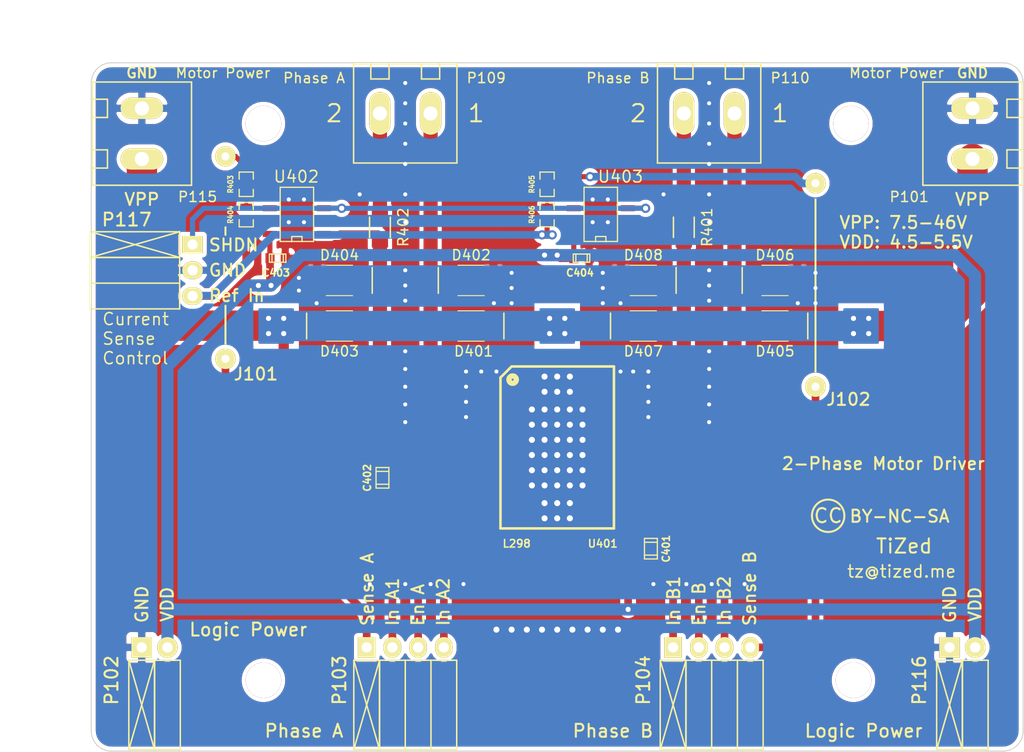
<source format=kicad_pcb>
(kicad_pcb (version 4) (host pcbnew 4.0.6-e0-6349~53~ubuntu16.04.1)
  (title_block (title "2-Phase Motor Driver") (date "Fri 10 Oct 2014") (rev 1.0) (company TiZed))
  (layers (0 F.Cu signal) (31 B.Cu signal) (34 B.Paste user) (35 F.Paste user) (36 B.SilkS user) (37 F.SilkS user) (38 B.Mask user) (39 F.Mask user) (44 Edge.Cuts user))
  (net 0 "")
  (net 1 GND)
  (net 2 VCC)
  (net 3 VPP)
  (net 4 "/Dual Driver 1/Out2")
  (net 5 "/Dual Driver 1/Out4")
  (net 6 "/Dual Driver 1/CSA_REFIN")
  (net 7 "/Dual Driver 1/CSA_SHDN")
  (net 8 "/Dual Driver 1/SenseA")
  (net 9 "/Dual Driver 1/In2")
  (net 10 "/Dual Driver 1/In1")
  (net 11 "/Dual Driver 1/EnA")
  (net 12 "/Dual Driver 1/SenseB")
  (net 13 "/Dual Driver 1/In4")
  (net 14 "/Dual Driver 1/In3")
  (net 15 "/Dual Driver 1/EnB")
  (net 16 "/Dual Driver 1/Out1")
  (net 17 "/Dual Driver 1/Out3")
  (net 18 "Net-(R403-Pad1)")
  (net 19 "Net-(R405-Pad1)")
  (net 20 "Net-(D407-Pad1)")
  (net 21 "Net-(D403-Pad1)")
  (net 22 "Net-(P103-Pad1)")
  (net 23 "Net-(P104-Pad4)")
  (module Wire_Connections_Bridges:WireConnection_0-8mmDrill (layer F.Cu) (at 120.5 82.5 90)
    (fp_text reference J102 (at -11.75 3.25 180) (layer F.SilkS) (effects (font (size 1.2 1.2) (thickness 0.2))))
    (fp_text value 0 hide)
    (pad 1 thru_hole circle (at -10.5 0 90) (size 1.99898 1.99898) (drill 0.8001) (layers *.Cu *.Mask F.SilkS) (net 23 "Net-(P104-Pad4)"))
    (pad 2 thru_hole circle (at 9.6 0 90) (size 1.99898 1.99898) (drill 0.8001) (layers *.Cu *.Mask F.SilkS) (net 12 "/Dual Driver 1/SenseB"))
  )
  (module Wire_Connections_Bridges:WireConnection_0-8mmDrill (layer F.Cu) (at 62.25 80 90)
    (fp_text reference J101 (at -11.75 3 180) (layer F.SilkS) (effects (font (size 1.2 1.2) (thickness 0.2))))
    (fp_text value 0 hide)
    (pad 1 thru_hole circle (at -10.25 0 90) (size 1.99898 1.99898) (drill 0.8001) (layers *.Cu *.Mask F.SilkS) (net 22 "Net-(P103-Pad1)"))
    (pad 2 thru_hole circle (at 9.75 0 90) (size 1.99898 1.99898) (drill 0.8001) (layers *.Cu *.Mask F.SilkS) (net 8 "/Dual Driver 1/SenseA"))
  )
  (module TiZed_New:SOD-128 (layer F.Cu) (at 116.5 82.5 180)
    (fp_text reference D406 (at 0 2.5 180) (layer F.SilkS))
    (fp_text value DIODESCH hide)
    (pad 1 smd rect (at -2.2 0 180) (size 1.4 2.1) (layers F.Cu F.Paste F.Mask) (net 1 GND))
    (pad 2 smd rect (at 2.2 0 180) (size 1.4 2.1) (layers F.Cu F.Paste F.Mask) (net 17 "/Dual Driver 1/Out3"))
  )
  (module TiZed_New:SOD-128 (layer F.Cu) (at 103.5 82.5)
    (fp_text reference D408 (at 0 -2.5) (layer F.SilkS))
    (fp_text value DIODESCH hide)
    (pad 1 smd rect (at -2.2 0) (size 1.4 2.1) (layers F.Cu F.Paste F.Mask) (net 1 GND))
    (pad 2 smd rect (at 2.2 0) (size 1.4 2.1) (layers F.Cu F.Paste F.Mask) (net 20 "Net-(D407-Pad1)"))
  )
  (module TiZed_New:SOD-128 (layer F.Cu) (at 103.5 87 180)
    (fp_text reference D407 (at 0 -2.5 180) (layer F.SilkS))
    (fp_text value DIODESCH hide)
    (pad 1 smd rect (at -2.2 0 180) (size 1.4 2.1) (layers F.Cu F.Paste F.Mask) (net 20 "Net-(D407-Pad1)"))
    (pad 2 smd rect (at 2.2 0 180) (size 1.4 2.1) (layers F.Cu F.Paste F.Mask) (net 3 VPP))
  )
  (module TiZed_New:SOD-128 (layer F.Cu) (at 86.5 82.5 180)
    (fp_text reference D402 (at 0 2.5 180) (layer F.SilkS))
    (fp_text value DIODESCH hide)
    (pad 1 smd rect (at -2.2 0 180) (size 1.4 2.1) (layers F.Cu F.Paste F.Mask) (net 1 GND))
    (pad 2 smd rect (at 2.2 0 180) (size 1.4 2.1) (layers F.Cu F.Paste F.Mask) (net 16 "/Dual Driver 1/Out1"))
  )
  (module TiZed_New:SOD-128 (layer F.Cu) (at 73.5 82.5)
    (fp_text reference D404 (at 0 -2.5) (layer F.SilkS))
    (fp_text value DIODESCH hide)
    (pad 1 smd rect (at -2.2 0) (size 1.4 2.1) (layers F.Cu F.Paste F.Mask) (net 1 GND))
    (pad 2 smd rect (at 2.2 0) (size 1.4 2.1) (layers F.Cu F.Paste F.Mask) (net 21 "Net-(D403-Pad1)"))
  )
  (module TiZed_New:SOD-128 (layer F.Cu) (at 73.5 87 180)
    (fp_text reference D403 (at 0 -2.5 180) (layer F.SilkS))
    (fp_text value DIODESCH hide)
    (pad 1 smd rect (at -2.2 0 180) (size 1.4 2.1) (layers F.Cu F.Paste F.Mask) (net 21 "Net-(D403-Pad1)"))
    (pad 2 smd rect (at 2.2 0 180) (size 1.4 2.1) (layers F.Cu F.Paste F.Mask) (net 3 VPP))
  )
  (module TiZed_New:SOD-128 (layer F.Cu) (at 86.5 87)
    (fp_text reference D401 (at 0.25 2.5) (layer F.SilkS))
    (fp_text value DIODESCH hide)
    (pad 1 smd rect (at -2.2 0) (size 1.4 2.1) (layers F.Cu F.Paste F.Mask) (net 16 "/Dual Driver 1/Out1"))
    (pad 2 smd rect (at 2.2 0) (size 1.4 2.1) (layers F.Cu F.Paste F.Mask) (net 3 VPP))
  )
  (module TiZed_New:SOD-128 (layer F.Cu) (at 116.5 87)
    (fp_text reference D405 (at 0 2.5) (layer F.SilkS))
    (fp_text value DIODESCH hide)
    (pad 1 smd rect (at -2.2 0) (size 1.4 2.1) (layers F.Cu F.Paste F.Mask) (net 17 "/Dual Driver 1/Out3"))
    (pad 2 smd rect (at 2.2 0) (size 1.4 2.1) (layers F.Cu F.Paste F.Mask) (net 3 VPP))
  )
  (module Capacitors_SMD:c_0805 (layer F.Cu) (at 104.25 109 270)
    (fp_text reference C401 (at 0 -1.5 270) (layer F.SilkS) (effects (font (size 0.7 0.7) (thickness 0.16))))
    (fp_text value 100nF hide)
    (pad 1 smd rect (at 0.9525 0 270) (size 1.30048 1.4986) (layers F.Cu F.Paste F.Mask) (net 1 GND))
    (pad 2 smd rect (at -0.9525 0 270) (size 1.30048 1.4986) (layers F.Cu F.Paste F.Mask) (net 2 VCC))
  )
  (module Capacitors_SMD:c_0805 (layer F.Cu) (at 77.75 102 90)
    (fp_text reference C402 (at 0 -1.5 90) (layer F.SilkS) (effects (font (size 0.7 0.7) (thickness 0.16))))
    (fp_text value 100nF hide)
    (pad 1 smd rect (at 0.9525 0 90) (size 1.30048 1.4986) (layers F.Cu F.Paste F.Mask) (net 3 VPP))
    (pad 2 smd rect (at -0.9525 0 90) (size 1.30048 1.4986) (layers F.Cu F.Paste F.Mask) (net 1 GND))
  )
  (module SMD_Packages:SM0603_Resistor (layer F.Cu) (at 64.3 73 90)
    (fp_text reference R403 (at 0 -1.55 270) (layer F.SilkS) (effects (font (size 0.50038 0.4572) (thickness 0.1143))))
    (fp_text value 5.25k hide)
    (pad 1 smd rect (at -0.762 0 90) (size 0.635 1.143) (layers F.Cu F.Paste F.Mask) (net 18 "Net-(R403-Pad1)"))
    (pad 2 smd rect (at 0.762 0 90) (size 0.635 1.143) (layers F.Cu F.Paste F.Mask) (net 8 "/Dual Driver 1/SenseA"))
  )
  (module SMD_Packages:SM0603_Resistor (layer F.Cu) (at 64.3 76 270)
    (fp_text reference R404 (at 0 1.55 450) (layer F.SilkS) (effects (font (size 0.50038 0.4572) (thickness 0.1143))))
    (fp_text value 1k hide)
    (pad 1 smd rect (at -0.762 0 270) (size 0.635 1.143) (layers F.Cu F.Paste F.Mask) (net 18 "Net-(R403-Pad1)"))
    (pad 2 smd rect (at 0.762 0 270) (size 0.635 1.143) (layers F.Cu F.Paste F.Mask) (net 6 "/Dual Driver 1/CSA_REFIN"))
  )
  (module SMD_Packages:SM0603_Resistor (layer F.Cu) (at 94 73 90)
    (fp_text reference R405 (at 0 -1.5 270) (layer F.SilkS) (effects (font (size 0.50038 0.4572) (thickness 0.1143))))
    (fp_text value 5.25k hide)
    (pad 1 smd rect (at -0.762 0 90) (size 0.635 1.143) (layers F.Cu F.Paste F.Mask) (net 19 "Net-(R405-Pad1)"))
    (pad 2 smd rect (at 0.762 0 90) (size 0.635 1.143) (layers F.Cu F.Paste F.Mask) (net 12 "/Dual Driver 1/SenseB"))
  )
  (module SMD_Packages:SM0603_Resistor (layer F.Cu) (at 94 76 270)
    (fp_text reference R406 (at 0 1.5 450) (layer F.SilkS) (effects (font (size 0.50038 0.4572) (thickness 0.1143))))
    (fp_text value 1k hide)
    (pad 1 smd rect (at -0.762 0 270) (size 0.635 1.143) (layers F.Cu F.Paste F.Mask) (net 19 "Net-(R405-Pad1)"))
    (pad 2 smd rect (at 0.762 0 270) (size 0.635 1.143) (layers F.Cu F.Paste F.Mask) (net 6 "/Dual Driver 1/CSA_REFIN"))
  )
  (module SMD_DIL:powerso-20 (layer F.Cu) (at 95 99 270)
    (fp_text reference U401 (at 9.5 -4.5 360) (layer F.SilkS) (effects (font (size 0.7493 0.7493) (thickness 0.14986))))
    (fp_text value L298 (at 9.5 4 360) (layer F.SilkS) (effects (font (size 0.7493 0.7493) (thickness 0.14986))))
    (pad 1 smd rect (at -5.715 6.8453 270) (size 0.75946 1.69926) (layers F.Cu F.Paste F.Mask) (net 1 GND))
    (pad 2 smd rect (at -4.445 6.84784 270) (size 0.75946 1.69926) (layers F.Cu F.Paste F.Mask) (net 1 GND))
    (pad 3 smd rect (at -3.175 6.84784 270) (size 0.75946 1.69926) (layers F.Cu F.Paste F.Mask))
    (pad 4 smd rect (at -1.905 6.84784 270) (size 0.75946 1.69926) (layers F.Cu F.Paste F.Mask) (net 16 "/Dual Driver 1/Out1"))
    (pad 5 smd rect (at -0.635 6.84784 270) (size 0.75946 1.69926) (layers F.Cu F.Paste F.Mask) (net 21 "Net-(D403-Pad1)"))
    (pad 6 smd rect (at 0.635 6.84784 270) (size 0.75946 1.69926) (layers F.Cu F.Paste F.Mask) (net 3 VPP))
    (pad 7 smd rect (at 1.905 6.84784 270) (size 0.75946 1.69926) (layers F.Cu F.Paste F.Mask) (net 10 "/Dual Driver 1/In1"))
    (pad 8 smd rect (at 3.175 6.84784 270) (size 0.75946 1.69926) (layers F.Cu F.Paste F.Mask) (net 11 "/Dual Driver 1/EnA"))
    (pad 21 smd rect (at 0 0 270) (size 9.99998 6.39826) (layers F.Cu F.Paste F.Mask) (net 1 GND))
    (pad 10 smd rect (at 5.715 6.8453 270) (size 0.75946 1.69926) (layers F.Cu F.Paste F.Mask) (net 1 GND))
    (pad 9 smd rect (at 4.445 6.84784 270) (size 0.75946 1.69926) (layers F.Cu F.Paste F.Mask) (net 9 "/Dual Driver 1/In2"))
    (pad 11 smd rect (at 5.715 -6.84784 270) (size 0.75946 1.69926) (layers F.Cu F.Paste F.Mask) (net 1 GND))
    (pad 12 smd rect (at 4.445 -6.84784 270) (size 0.75946 1.69926) (layers F.Cu F.Paste F.Mask) (net 2 VCC))
    (pad 13 smd rect (at 3.175 -6.84784 270) (size 0.75946 1.69926) (layers F.Cu F.Paste F.Mask) (net 14 "/Dual Driver 1/In3"))
    (pad 14 smd rect (at 1.905 -6.84784 270) (size 0.75946 1.69926) (layers F.Cu F.Paste F.Mask) (net 15 "/Dual Driver 1/EnB"))
    (pad 15 smd rect (at 0.635 -6.84784 270) (size 0.75946 1.69926) (layers F.Cu F.Paste F.Mask) (net 13 "/Dual Driver 1/In4"))
    (pad 16 smd rect (at -0.635 -6.84784 270) (size 0.75946 1.69926) (layers F.Cu F.Paste F.Mask) (net 17 "/Dual Driver 1/Out3"))
    (pad 17 smd rect (at -1.905 -6.84784 270) (size 0.75946 1.69926) (layers F.Cu F.Paste F.Mask) (net 20 "Net-(D407-Pad1)"))
    (pad 18 smd rect (at -3.175 -6.84784 270) (size 0.75946 1.69926) (layers F.Cu F.Paste F.Mask))
    (pad 19 smd rect (at -4.445 -6.84784 270) (size 0.75946 1.69926) (layers F.Cu F.Paste F.Mask) (net 1 GND))
    (pad 20 smd rect (at -5.715 -6.8453 270) (size 0.75946 1.69926) (layers F.Cu F.Paste F.Mask) (net 1 GND))
    (pad 21 smd rect (at 0 0 270) (size 16.09852 3.39852) (layers F.Cu F.Paste F.Mask) (net 1 GND))
  )
  (module SMD_Packages:SO8_WITH_EP (layer F.Cu) (at 69.3 76 90)
    (fp_text reference U402 (at 3.75 -0.05 180) (layer F.SilkS) (effects (font (size 1.143 1.143) (thickness 0.1524))))
    (fp_text value MAX9918/19/20 hide)
    (pad 8 smd rect (at -1.905 -2.667 90) (size 0.59944 1.39954) (layers F.Cu F.Paste F.Mask) (net 2 VCC))
    (pad 1 smd rect (at -1.905 2.667 90) (size 0.59944 1.39954) (layers F.Cu F.Paste F.Mask) (net 21 "Net-(D403-Pad1)"))
    (pad 7 smd rect (at -0.635 -2.667 90) (size 0.59944 1.39954) (layers F.Cu F.Paste F.Mask) (net 6 "/Dual Driver 1/CSA_REFIN"))
    (pad 6 smd rect (at 0.635 -2.667 90) (size 0.59944 1.39954) (layers F.Cu F.Paste F.Mask) (net 18 "Net-(R403-Pad1)"))
    (pad 5 smd rect (at 1.905 -2.667 90) (size 0.59944 1.39954) (layers F.Cu F.Paste F.Mask) (net 8 "/Dual Driver 1/SenseA"))
    (pad 2 smd rect (at -0.635 2.667 90) (size 0.59944 1.39954) (layers F.Cu F.Paste F.Mask) (net 4 "/Dual Driver 1/Out2"))
    (pad 3 smd rect (at 0.635 2.667 90) (size 0.59944 1.39954) (layers F.Cu F.Paste F.Mask) (net 7 "/Dual Driver 1/CSA_SHDN"))
    (pad 4 smd rect (at 1.905 2.667 90) (size 0.59944 1.39954) (layers F.Cu F.Paste F.Mask) (net 1 GND))
    (pad 9 smd rect (at 0 0 90) (size 4.0005 2.79908) (layers F.Cu F.Paste F.Mask) (net 1 GND))
  )
  (module SMD_Packages:SO8_WITH_EP (layer F.Cu) (at 99.3 76 90)
    (fp_text reference U403 (at 3.75 1.95 180) (layer F.SilkS) (effects (font (size 1.143 1.143) (thickness 0.1524))))
    (fp_text value MAX9918/19/20 hide)
    (pad 8 smd rect (at -1.905 -2.667 90) (size 0.59944 1.39954) (layers F.Cu F.Paste F.Mask) (net 2 VCC))
    (pad 1 smd rect (at -1.905 2.667 90) (size 0.59944 1.39954) (layers F.Cu F.Paste F.Mask) (net 20 "Net-(D407-Pad1)"))
    (pad 7 smd rect (at -0.635 -2.667 90) (size 0.59944 1.39954) (layers F.Cu F.Paste F.Mask) (net 6 "/Dual Driver 1/CSA_REFIN"))
    (pad 6 smd rect (at 0.635 -2.667 90) (size 0.59944 1.39954) (layers F.Cu F.Paste F.Mask) (net 19 "Net-(R405-Pad1)"))
    (pad 5 smd rect (at 1.905 -2.667 90) (size 0.59944 1.39954) (layers F.Cu F.Paste F.Mask) (net 12 "/Dual Driver 1/SenseB"))
    (pad 2 smd rect (at -0.635 2.667 90) (size 0.59944 1.39954) (layers F.Cu F.Paste F.Mask) (net 5 "/Dual Driver 1/Out4"))
    (pad 3 smd rect (at 0.635 2.667 90) (size 0.59944 1.39954) (layers F.Cu F.Paste F.Mask) (net 7 "/Dual Driver 1/CSA_SHDN"))
    (pad 4 smd rect (at 1.905 2.667 90) (size 0.59944 1.39954) (layers F.Cu F.Paste F.Mask) (net 1 GND))
    (pad 9 smd rect (at 0 0 90) (size 4.0005 2.79908) (layers F.Cu F.Paste F.Mask) (net 1 GND))
  )
  (module TiZed:Terminal_Block_5mm_2pos (layer F.Cu) (at 136 68 270)
    (fp_text reference P101 (at 6.25 6.25 360) (layer F.SilkS))
    (fp_text value "Motor Power" (at -6 7.5 360) (layer F.SilkS))
    (pad 1 thru_hole oval (at -2.5 0 270) (size 2.1 4.2) (drill 1.4) (layers *.Cu *.Mask F.SilkS) (net 1 GND))
    (pad 2 thru_hole oval (at 2.5 0 270) (size 2.1 4.2) (drill 1.4) (layers *.Cu *.Mask F.SilkS) (net 3 VPP))
  )
  (module TiZed:Terminal_Block_5mm_2pos (layer F.Cu) (at 80 66)
    (fp_text reference P109 (at 8 -3.5) (layer F.SilkS))
    (fp_text value "Phase A" (at -9 -3.5) (layer F.SilkS))
    (pad 1 thru_hole oval (at -2.5 0) (size 2.1 4.2) (drill 1.4) (layers *.Cu *.Mask F.SilkS) (net 4 "/Dual Driver 1/Out2"))
    (pad 2 thru_hole oval (at 2.5 0) (size 2.1 4.2) (drill 1.4) (layers *.Cu *.Mask F.SilkS) (net 16 "/Dual Driver 1/Out1"))
  )
  (module TiZed:Terminal_Block_5mm_2pos (layer F.Cu) (at 110 66)
    (fp_text reference P110 (at 8 -3.5) (layer F.SilkS))
    (fp_text value "Phase B" (at -9 -3.5 180) (layer F.SilkS))
    (pad 1 thru_hole oval (at -2.5 0) (size 2.1 4.2) (drill 1.4) (layers *.Cu *.Mask F.SilkS) (net 5 "/Dual Driver 1/Out4"))
    (pad 2 thru_hole oval (at 2.5 0) (size 2.1 4.2) (drill 1.4) (layers *.Cu *.Mask F.SilkS) (net 17 "/Dual Driver 1/Out3"))
  )
  (module TiZed:Terminal_Block_5mm_2pos (layer F.Cu) (at 54 68 90)
    (fp_text reference P115 (at -6.25 5.5 180) (layer F.SilkS))
    (fp_text value "Motor Power" (at 6 8 180) (layer F.SilkS))
    (pad 1 thru_hole oval (at -2.5 0 90) (size 2.1 4.2) (drill 1.4) (layers *.Cu *.Mask F.SilkS) (net 3 VPP))
    (pad 2 thru_hole oval (at 2.5 0 90) (size 2.1 4.2) (drill 1.4) (layers *.Cu *.Mask F.SilkS) (net 1 GND))
  )
  (module Capacitors_SMD:c_0603 (layer F.Cu) (at 67.4 80.3 180)
    (fp_text reference C403 (at 0.15 -1.45 180) (layer F.SilkS) (effects (font (size 0.7 0.7) (thickness 0.16))))
    (fp_text value 100nF hide)
    (pad 1 smd rect (at 0.75184 0 180) (size 0.89916 1.00076) (layers F.Cu F.Paste F.Mask) (net 2 VCC))
    (pad 2 smd rect (at -0.75184 0 180) (size 0.89916 1.00076) (layers F.Cu F.Paste F.Mask) (net 1 GND))
  )
  (module Capacitors_SMD:c_0603 (layer F.Cu) (at 97.4 80.3 180)
    (fp_text reference C404 (at 0.15 -1.45 180) (layer F.SilkS) (effects (font (size 0.7 0.7) (thickness 0.16))))
    (fp_text value 100nF hide)
    (pad 1 smd rect (at 0.75184 0 180) (size 0.89916 1.00076) (layers F.Cu F.Paste F.Mask) (net 2 VCC))
    (pad 2 smd rect (at -0.75184 0 180) (size 0.89916 1.00076) (layers F.Cu F.Paste F.Mask) (net 1 GND))
  )
  (module Capacitors_SMD:C_1206 (layer F.Cu) (at 107.5 77.25 270)
    (fp_text reference R401 (at 0 -2.3 270) (layer F.SilkS))
    (fp_text value 14m hide)
    (pad 1 smd rect (at -1.5 0 270) (size 1 1.6) (layers F.Cu F.Paste F.Mask) (net 5 "/Dual Driver 1/Out4"))
    (pad 2 smd rect (at 1.5 0 270) (size 1 1.6) (layers F.Cu F.Paste F.Mask) (net 20 "Net-(D407-Pad1)"))
  )
  (module Capacitors_SMD:C_1206 (layer F.Cu) (at 77.5 77.25 270)
    (fp_text reference R402 (at 0 -2.3 270) (layer F.SilkS))
    (fp_text value 14m hide)
    (pad 1 smd rect (at -1.5 0 270) (size 1 1.6) (layers F.Cu F.Paste F.Mask) (net 4 "/Dual Driver 1/Out2"))
    (pad 2 smd rect (at 1.5 0 270) (size 1 1.6) (layers F.Cu F.Paste F.Mask) (net 21 "Net-(D403-Pad1)"))
  )
  (module Socket_Strips:Socket_Strip_Angled_1x02 (layer F.Cu) (at 135 118.75 180)
    (fp_text reference P116 (at 4.25 -3.25 270) (layer F.SilkS) (effects (font (size 1.27 1.27) (thickness 0.2032))))
    (fp_text value "Logic Power" (at 9.75 -8.25 180) (layer F.SilkS) (effects (font (size 1.27 1.27) (thickness 0.2032))))
    (pad 1 thru_hole rect (at 1.27 0) (size 2.032 2.032) (drill 1.016) (layers *.Cu *.Mask F.SilkS) (net 1 GND))
    (pad 2 thru_hole oval (at -1.27 0) (size 2.032 2.032) (drill 1.016) (layers *.Cu *.Mask F.SilkS) (net 2 VCC))
  )
  (module Mounting_Holes:MountingHole_3-5mm (layer F.Cu) (at 124 67)
    (fp_text reference P118 hide)
    (fp_text value CONN_01X01 hide)
    (pad 1 thru_hole circle (at 0 0) (size 3.50012 3.50012) (drill 3.50012) (layers))
  )
  (module Mounting_Holes:MountingHole_3-5mm (layer F.Cu) (at 66 122)
    (fp_text reference P119 hide)
    (fp_text value CONN_01X01 hide)
    (pad 1 thru_hole circle (at 0 0) (size 3.50012 3.50012) (drill 3.50012) (layers))
  )
  (module Mounting_Holes:MountingHole_3-5mm (layer F.Cu) (at 124.25 122)
    (fp_text reference P121 hide)
    (fp_text value CONN_01X01 hide)
    (pad 1 thru_hole circle (at 0 0) (size 3.50012 3.50012) (drill 3.50012) (layers))
  )
  (module Mounting_Holes:MountingHole_3-5mm (layer F.Cu) (at 66 67)
    (fp_text reference P122 hide)
    (fp_text value CONN_01X01 hide)
    (pad 1 thru_hole circle (at 0 0) (size 3.50012 3.50012) (drill 3.50012) (layers))
  )
  (module Socket_Strips:Socket_Strip_Angled_1x03 (layer F.Cu) (at 59 81.5 90)
    (fp_text reference P117 (at 5 -6.5 180) (layer F.SilkS) (effects (font (size 1.27 1.27) (thickness 0.2032))))
    (fp_text value "Cur. Sen. Ctr." hide)
    (pad 1 thru_hole rect (at 2.54 0 270) (size 1.7272 2.032) (drill 1.016) (layers *.Cu *.Mask F.SilkS) (net 7 "/Dual Driver 1/CSA_SHDN"))
    (pad 2 thru_hole oval (at 0 0 270) (size 1.7272 2.032) (drill 1.016) (layers *.Cu *.Mask F.SilkS) (net 1 GND))
    (pad 3 thru_hole oval (at -2.54 0 270) (size 1.7272 2.032) (drill 1.016) (layers *.Cu *.Mask F.SilkS) (net 6 "/Dual Driver 1/CSA_REFIN"))
  )
  (module Socket_Strips:Socket_Strip_Angled_1x04 (layer F.Cu) (at 110.25 118.75 180)
    (fp_text reference P104 (at 6.75 -3.25 270) (layer F.SilkS) (effects (font (size 1.27 1.27) (thickness 0.2032))))
    (fp_text value "Phase B" (at 9.75 -8.25 180) (layer F.SilkS) (effects (font (size 1.27 1.27) (thickness 0.2032))))
    (pad 1 thru_hole rect (at 3.81 0) (size 1.7272 2.032) (drill 1.016) (layers *.Cu *.Mask F.SilkS) (net 14 "/Dual Driver 1/In3"))
    (pad 2 thru_hole oval (at 1.27 0) (size 1.7272 2.032) (drill 1.016) (layers *.Cu *.Mask F.SilkS) (net 15 "/Dual Driver 1/EnB"))
    (pad 3 thru_hole oval (at -1.27 0) (size 1.7272 2.032) (drill 1.016) (layers *.Cu *.Mask F.SilkS) (net 13 "/Dual Driver 1/In4"))
    (pad 4 thru_hole oval (at -3.81 0) (size 1.7272 2.032) (drill 1.016) (layers *.Cu *.Mask F.SilkS) (net 23 "Net-(P104-Pad4)"))
  )
  (module Socket_Strips:Socket_Strip_Angled_1x04 (layer F.Cu) (at 80 118.75 180)
    (fp_text reference P103 (at 6.5 -3.25 270) (layer F.SilkS) (effects (font (size 1.27 1.27) (thickness 0.2032))))
    (fp_text value "Phase A" (at 10 -8.25 180) (layer F.SilkS) (effects (font (size 1.27 1.27) (thickness 0.2032))))
    (pad 1 thru_hole rect (at 3.81 0) (size 1.7272 2.032) (drill 1.016) (layers *.Cu *.Mask F.SilkS) (net 22 "Net-(P103-Pad1)"))
    (pad 2 thru_hole oval (at 1.27 0) (size 1.7272 2.032) (drill 1.016) (layers *.Cu *.Mask F.SilkS) (net 10 "/Dual Driver 1/In1"))
    (pad 3 thru_hole oval (at -1.27 0) (size 1.7272 2.032) (drill 1.016) (layers *.Cu *.Mask F.SilkS) (net 11 "/Dual Driver 1/EnA"))
    (pad 4 thru_hole oval (at -3.81 0) (size 1.7272 2.032) (drill 1.016) (layers *.Cu *.Mask F.SilkS) (net 9 "/Dual Driver 1/In2"))
  )
  (module Socket_Strips:Socket_Strip_Angled_1x02 (layer F.Cu) (at 55.25 118.75 180)
    (fp_text reference P102 (at 4.25 -3.25 270) (layer F.SilkS) (effects (font (size 1.27 1.27) (thickness 0.2032))))
    (fp_text value "Logic Power" (at -9.25 1.75 180) (layer F.SilkS) (effects (font (size 1.27 1.27) (thickness 0.2032))))
    (pad 1 thru_hole rect (at 1.27 0) (size 2.032 2.032) (drill 1.016) (layers *.Cu *.Mask F.SilkS) (net 1 GND))
    (pad 2 thru_hole oval (at -1.27 0) (size 2.032 2.032) (drill 1.016) (layers *.Cu *.Mask F.SilkS) (net 2 VCC))
  )
  (gr_line (start 141 127) (end 141 63) (angle 90) (layer Edge.Cuts) (width 0.1))
  (gr_line (start 51 129) (end 139 129) (angle 90) (layer Edge.Cuts) (width 0.1))
  (gr_line (start 49 63) (end 49 127) (angle 90) (layer Edge.Cuts) (width 0.1))
  (gr_line (start 139 61) (end 51 61) (angle 90) (layer Edge.Cuts) (width 0.1))
  (gr_arc (start 139 63) (end 139 61) (angle 90) (layer Edge.Cuts) (width 0.1))
  (gr_arc (start 51 127) (end 51 129) (angle 90) (layer Edge.Cuts) (width 0.1))
  (gr_arc (start 139 127) (end 141 127) (angle 90) (layer Edge.Cuts) (width 0.1))
  (gr_arc (start 51 63) (end 49 63) (angle 90) (layer Edge.Cuts) (width 0.1))
  (gr_text tz@tized.me (at 129 111.25) (layer F.SilkS) (effects (font (size 1.2 1.2) (thickness 0.16))))
  (gr_text "2-Phase Motor Driver" (at 127.2 100.6) (layer F.SilkS) (effects (font (size 1.2 1.2) (thickness 0.2))))
  (gr_text TiZed (at 129.25 108.75) (layer F.SilkS) (effects (font (size 1.4 1.4) (thickness 0.2))))
  (gr_text BY-NC-SA (at 128.8 105.8) (layer F.SilkS) (effects (font (size 1.2 1.2) (thickness 0.2))))
  (gr_circle (center 121.75 105.75) (end 123 106.75) (layer F.SilkS) (width 0.2))
  (gr_text CC (at 121.75 105.75) (layer F.SilkS) (effects (font (size 1.4 1.4) (thickness 0.2))))
  (gr_text "VPP: 7.5-46V\nVDD: 4.5-5.5V" (at 122.75 77.75) (layer F.SilkS) (effects (font (size 1.2 1.2) (thickness 0.2)) (justify left)))
  (gr_text VPP (at 136 74.5) (layer F.SilkS) (effects (font (size 1.2 1.2) (thickness 0.2))))
  (gr_text GND (at 136 62) (layer F.SilkS) (effects (font (size 1 1) (thickness 0.2))))
  (gr_text GND (at 54 62) (layer F.SilkS) (effects (font (size 1 1) (thickness 0.2))))
  (gr_text VPP (at 54 74.5) (layer F.SilkS) (effects (font (size 1.2 1.2) (thickness 0.2))))
  (gr_text "Current\nSense \nControl" (at 50 88.25) (layer F.SilkS) (effects (font (size 1.2 1.2)) (justify left)))
  (gr_text GND (at 60.5 81.5) (layer F.SilkS) (effects (font (size 1.2 1.2) (thickness 0.2)) (justify left)))
  (gr_line (start 62.25 78) (end 62.25 77.25) (angle 90) (layer F.SilkS) (width 0.2))
  (gr_line (start 62.25 88.75) (end 62.25 85) (angle 90) (layer F.SilkS) (width 0.2))
  (gr_text SHDN (at 60.5 79) (layer F.SilkS) (effects (font (size 1.2 1.2) (thickness 0.2)) (justify left)))
  (gr_text "Ref In" (at 60.5 84) (layer F.SilkS) (effects (font (size 1.2 1.2) (thickness 0.2)) (justify left)))
  (gr_text VDD (at 136.25 114.5 90) (layer F.SilkS) (effects (font (size 1.2 1.2) (thickness 0.2))))
  (gr_text GND (at 133.75 114.5 90) (layer F.SilkS) (effects (font (size 1.2 1.2) (thickness 0.2))))
  (gr_text 1 (at 117 66) (layer F.SilkS) (effects (font (size 1.7 1.7) (thickness 0.2))))
  (gr_text 2 (at 103 66) (layer F.SilkS) (effects (font (size 1.7 1.7) (thickness 0.2))))
  (gr_text 2 (at 73 66) (layer F.SilkS) (effects (font (size 1.7 1.7) (thickness 0.2))))
  (gr_text 1 (at 87 66) (layer F.SilkS) (effects (font (size 1.7 1.7) (thickness 0.2))))
  (gr_text "In A2" (at 83.75 116.75 90) (layer F.SilkS) (effects (font (size 1.2 1.2) (thickness 0.2)) (justify left)))
  (gr_text "En A" (at 81.25 116.75 90) (layer F.SilkS) (effects (font (size 1.2 1.2) (thickness 0.2)) (justify left)))
  (gr_text "In A1" (at 78.75 116.75 90) (layer F.SilkS) (effects (font (size 1.2 1.2) (thickness 0.2)) (justify left)))
  (gr_text "Sense A" (at 76.25 116.75 90) (layer F.SilkS) (effects (font (size 1.2 1.2) (thickness 0.2)) (justify left)))
  (gr_text "In B1" (at 106.5 116.75 90) (layer F.SilkS) (effects (font (size 1.2 1.2) (thickness 0.2)) (justify left)))
  (gr_text "En B" (at 109 116.75 90) (layer F.SilkS) (effects (font (size 1.2 1.2) (thickness 0.2)) (justify left)))
  (gr_text "In B2" (at 111.5 116.75 90) (layer F.SilkS) (effects (font (size 1.2 1.2) (thickness 0.2)) (justify left)))
  (gr_text "Sense B" (at 114 116.75 90) (layer F.SilkS) (effects (font (size 1.2 1.2) (thickness 0.2)) (justify left)))
  (gr_text GND (at 54 114.5 90) (layer F.SilkS) (effects (font (size 1.2 1.2) (thickness 0.2))))
  (gr_text VDD (at 56.5 114.5 90) (layer F.SilkS) (effects (font (size 1.2 1.2) (thickness 0.2))))
  (gr_line (start 120.5 74.5) (end 120.5 91.5) (angle 90) (layer F.SilkS) (width 0.2))
  (via (at 113.5 112.5) (size 0.6) (drill 0.4) (layers F.Cu B.Cu) (net 1))
  (segment (start 110.25 112.5) (end 107.75 112.5) (width 0.254) (layer B.Cu) (net 1))
  (segment (start 104.25 112.25) (end 104.5 112.5) (width 0.254) (layer F.Cu) (net 1))
  (via (at 104.5 112.5) (size 0.6) (drill 0.4) (layers F.Cu B.Cu) (net 1))
  (segment (start 104.5 112.5) (end 107.75 112.5) (width 0.254) (layer B.Cu) (net 1))
  (via (at 107.75 112.5) (size 0.6) (drill 0.4) (layers F.Cu B.Cu) (net 1))
  (segment (start 104.25 112.25) (end 104.25 109.9525) (width 0.254) (layer F.Cu) (net 1))
  (via (at 110.25 112.5) (size 0.6) (drill 0.4) (layers F.Cu B.Cu) (net 1))
  (segment (start 113.5 112.5) (end 110.25 112.5) (width 0.254) (layer B.Cu) (net 1))
  (segment (start 76.5 112.5) (end 76.5 106.75) (width 0.254) (layer F.Cu) (net 1))
  (segment (start 76.5 106.75) (end 77.75 105.5) (width 0.254) (layer F.Cu) (net 1))
  (segment (start 77.75 105.5) (end 77.75 102.9525) (width 0.254) (layer F.Cu) (net 1))
  (segment (start 80 112.5) (end 76.5 112.5) (width 0.254) (layer B.Cu) (net 1))
  (via (at 80 112.5) (size 0.6) (drill 0.4) (layers F.Cu B.Cu) (net 1))
  (segment (start 88.1547 104.715) (end 88.1547 110.0953) (width 0.254) (layer F.Cu) (net 1))
  (via (at 82.5 112.5) (size 0.6) (drill 0.4) (layers F.Cu B.Cu) (net 1))
  (segment (start 85.75 112.5) (end 82.5 112.5) (width 0.254) (layer B.Cu) (net 1))
  (via (at 85.75 112.5) (size 0.6) (drill 0.4) (layers F.Cu B.Cu) (net 1))
  (segment (start 88.1547 110.0953) (end 85.75 112.5) (width 0.254) (layer F.Cu) (net 1))
  (segment (start 80 112.5) (end 82.5 112.5) (width 0.254) (layer B.Cu) (net 1))
  (via (at 76.5 112.5) (size 0.6) (drill 0.4) (layers F.Cu B.Cu) (net 1))
  (segment (start 93.75 102.75) (end 93.75 104.5) (width 0.508) (layer B.Cu) (net 1))
  (segment (start 93.75 104.5) (end 95 104.5) (width 0.508) (layer F.Cu) (net 1))
  (segment (start 96.25 104.5) (end 96.25 106) (width 0.508) (layer F.Cu) (net 1))
  (via (at 96.25 104.5) (size 0.8) (drill 0.6) (layers F.Cu B.Cu) (net 1))
  (segment (start 95 104.5) (end 96.25 104.5) (width 0.508) (layer B.Cu) (net 1))
  (via (at 95 104.5) (size 0.8) (drill 0.6) (layers F.Cu B.Cu) (net 1))
  (via (at 93.75 104.5) (size 0.8) (drill 0.6) (layers F.Cu B.Cu) (net 1))
  (via (at 96.25 106) (size 0.8) (drill 0.6) (layers F.Cu B.Cu) (net 1))
  (segment (start 96.25 106) (end 95 106) (width 0.508) (layer B.Cu) (net 1))
  (via (at 95 106) (size 0.8) (drill 0.6) (layers F.Cu B.Cu) (net 1))
  (segment (start 95 106) (end 93.75 106) (width 0.508) (layer F.Cu) (net 1))
  (via (at 93.75 106) (size 0.8) (drill 0.6) (layers F.Cu B.Cu) (net 1))
  (segment (start 93.75 95.25) (end 92.5 95.25) (width 0.508) (layer B.Cu) (net 1))
  (via (at 93.75 95.25) (size 0.8) (drill 0.6) (layers F.Cu B.Cu) (net 1))
  (segment (start 92.5 95.25) (end 95 99) (width 0.508) (layer F.Cu) (net 1))
  (via (at 92.5 95.25) (size 0.8) (drill 0.6) (layers F.Cu B.Cu) (net 1))
  (segment (start 93.75 95.25) (end 93.75 93.5) (width 0.508) (layer B.Cu) (net 1))
  (segment (start 93.75 93.5) (end 95 93.5) (width 0.508) (layer F.Cu) (net 1))
  (segment (start 96.25 93.5) (end 96.25 92) (width 0.508) (layer F.Cu) (net 1))
  (via (at 96.25 93.5) (size 0.8) (drill 0.6) (layers F.Cu B.Cu) (net 1))
  (segment (start 95 93.5) (end 96.25 93.5) (width 0.508) (layer B.Cu) (net 1))
  (via (at 95 93.5) (size 0.8) (drill 0.6) (layers F.Cu B.Cu) (net 1))
  (via (at 93.75 93.5) (size 0.8) (drill 0.6) (layers F.Cu B.Cu) (net 1))
  (via (at 96.25 92) (size 0.8) (drill 0.6) (layers F.Cu B.Cu) (net 1))
  (segment (start 96.25 92) (end 95 92) (width 0.508) (layer B.Cu) (net 1))
  (via (at 95 92) (size 0.8) (drill 0.6) (layers F.Cu B.Cu) (net 1))
  (segment (start 95 92) (end 93.75 92) (width 0.508) (layer F.Cu) (net 1))
  (via (at 93.75 92) (size 0.8) (drill 0.6) (layers F.Cu B.Cu) (net 1))
  (segment (start 93.75 95.25) (end 95 95.25) (width 0.758) (layer B.Cu) (net 1))
  (via (at 95 95.25) (size 0.8) (drill 0.6) (layers F.Cu B.Cu) (net 1))
  (segment (start 95 95.25) (end 96.25 95.25) (width 0.758) (layer F.Cu) (net 1))
  (via (at 96.25 95.25) (size 0.8) (drill 0.6) (layers F.Cu B.Cu) (net 1))
  (segment (start 96.25 95.25) (end 97.5 95.25) (width 0.758) (layer B.Cu) (net 1))
  (via (at 97.5 95.25) (size 0.8) (drill 0.6) (layers F.Cu B.Cu) (net 1))
  (segment (start 97.5 95.25) (end 97.5 96.75) (width 0.758) (layer F.Cu) (net 1))
  (via (at 97.5 96.75) (size 0.8) (drill 0.6) (layers F.Cu B.Cu) (net 1))
  (segment (start 97.5 96.75) (end 97.5 98.25) (width 0.758) (layer B.Cu) (net 1))
  (via (at 97.5 98.25) (size 0.8) (drill 0.6) (layers F.Cu B.Cu) (net 1))
  (segment (start 97.5 98.25) (end 97.5 99.75) (width 0.758) (layer F.Cu) (net 1))
  (via (at 97.5 99.75) (size 0.8) (drill 0.6) (layers F.Cu B.Cu) (net 1))
  (segment (start 97.5 99.75) (end 97.5 101.25) (width 0.758) (layer B.Cu) (net 1))
  (via (at 97.5 101.25) (size 0.8) (drill 0.6) (layers F.Cu B.Cu) (net 1))
  (segment (start 97.5 101.25) (end 97.5 102.75) (width 0.758) (layer F.Cu) (net 1))
  (via (at 97.5 102.75) (size 0.8) (drill 0.6) (layers F.Cu B.Cu) (net 1))
  (segment (start 97.5 102.75) (end 96.25 102.75) (width 0.758) (layer B.Cu) (net 1))
  (via (at 96.25 102.75) (size 0.8) (drill 0.6) (layers F.Cu B.Cu) (net 1))
  (segment (start 96.25 102.75) (end 95 102.75) (width 0.758) (layer F.Cu) (net 1))
  (via (at 95 102.75) (size 0.8) (drill 0.6) (layers F.Cu B.Cu) (net 1))
  (segment (start 95 102.75) (end 93.75 102.75) (width 0.758) (layer B.Cu) (net 1))
  (via (at 93.75 102.75) (size 0.8) (drill 0.6) (layers F.Cu B.Cu) (net 1))
  (segment (start 93.75 102.75) (end 92.5 102.75) (width 0.758) (layer F.Cu) (net 1))
  (via (at 92.5 102.75) (size 0.8) (drill 0.6) (layers F.Cu B.Cu) (net 1))
  (segment (start 92.5 102.75) (end 92.5 101.25) (width 0.758) (layer B.Cu) (net 1))
  (via (at 92.5 101.25) (size 0.8) (drill 0.6) (layers F.Cu B.Cu) (net 1))
  (segment (start 92.5 101.25) (end 93.75 101.25) (width 0.758) (layer F.Cu) (net 1))
  (via (at 93.75 101.25) (size 0.8) (drill 0.6) (layers F.Cu B.Cu) (net 1))
  (segment (start 93.75 101.25) (end 95 101.25) (width 0.758) (layer B.Cu) (net 1))
  (via (at 95 101.25) (size 0.8) (drill 0.6) (layers F.Cu B.Cu) (net 1))
  (segment (start 95 101.25) (end 96.25 101.25) (width 0.758) (layer F.Cu) (net 1))
  (via (at 96.25 101.25) (size 0.8) (drill 0.6) (layers F.Cu B.Cu) (net 1))
  (segment (start 96.25 101.25) (end 96.25 99.75) (width 0.758) (layer B.Cu) (net 1))
  (via (at 96.25 99.75) (size 0.8) (drill 0.6) (layers F.Cu B.Cu) (net 1))
  (segment (start 96.25 99.75) (end 95 99.75) (width 0.758) (layer F.Cu) (net 1))
  (via (at 95 99.75) (size 0.8) (drill 0.6) (layers F.Cu B.Cu) (net 1))
  (segment (start 95 99.75) (end 93.75 99.75) (width 0.758) (layer B.Cu) (net 1))
  (via (at 93.75 99.75) (size 0.8) (drill 0.6) (layers F.Cu B.Cu) (net 1))
  (segment (start 93.75 99.75) (end 92.5 99.75) (width 0.758) (layer F.Cu) (net 1))
  (via (at 92.5 99.75) (size 0.8) (drill 0.6) (layers F.Cu B.Cu) (net 1))
  (segment (start 92.5 99.75) (end 92.5 98.25) (width 0.758) (layer B.Cu) (net 1))
  (via (at 92.5 98.25) (size 0.8) (drill 0.6) (layers F.Cu B.Cu) (net 1))
  (segment (start 92.5 98.25) (end 93.75 98.25) (width 0.758) (layer F.Cu) (net 1))
  (via (at 93.75 98.25) (size 0.8) (drill 0.6) (layers F.Cu B.Cu) (net 1))
  (segment (start 93.75 98.25) (end 95 98.25) (width 0.758) (layer B.Cu) (net 1))
  (via (at 95 98.25) (size 0.8) (drill 0.6) (layers F.Cu B.Cu) (net 1))
  (segment (start 95 98.25) (end 96.25 98.25) (width 0.758) (layer F.Cu) (net 1))
  (via (at 96.25 98.25) (size 0.8) (drill 0.6) (layers F.Cu B.Cu) (net 1))
  (segment (start 96.25 98.25) (end 96.25 96.75) (width 0.758) (layer B.Cu) (net 1))
  (via (at 96.25 96.75) (size 0.8) (drill 0.6) (layers F.Cu B.Cu) (net 1))
  (segment (start 96.25 96.75) (end 95 96.75) (width 0.758) (layer F.Cu) (net 1))
  (via (at 95 96.75) (size 0.8) (drill 0.6) (layers F.Cu B.Cu) (net 1))
  (segment (start 95 96.75) (end 93.75 96.75) (width 0.758) (layer B.Cu) (net 1))
  (via (at 93.75 96.75) (size 0.8) (drill 0.6) (layers F.Cu B.Cu) (net 1))
  (segment (start 93.75 96.75) (end 92.5 96.75) (width 0.758) (layer F.Cu) (net 1))
  (via (at 92.5 96.75) (size 0.8) (drill 0.6) (layers F.Cu B.Cu) (net 1))
  (segment (start 59.1524 81.54) (end 59.2924 81.4) (width 0.758) (layer B.Cu) (net 1))
  (segment (start 59 81.54) (end 59.1524 81.54) (width 0.758) (layer B.Cu) (net 1))
  (segment (start 80 83) (end 80 84.5) (width 0.254) (layer B.Cu) (net 1))
  (via (at 80 83) (size 0.6) (drill 0.4) (layers F.Cu B.Cu) (net 1))
  (segment (start 80 84.5) (end 80 83) (width 0.254) (layer F.Cu) (net 1))
  (via (at 80 84.5) (size 0.6) (drill 0.4) (layers F.Cu B.Cu) (net 1))
  (segment (start 80 83) (end 80 84.5) (width 0.254) (layer B.Cu) (net 1))
  (via (at 80 81.5) (size 0.6) (drill 0.4) (layers F.Cu B.Cu) (net 1))
  (segment (start 80 81.5) (end 80 83) (width 0.254) (layer B.Cu) (net 1))
  (segment (start 80 76.75) (end 80 74) (width 0.254) (layer F.Cu) (net 1))
  (via (at 80 76.75) (size 0.6) (drill 0.4) (layers F.Cu B.Cu) (net 1))
  (segment (start 80 76.75) (end 80 81.5) (width 0.254) (layer F.Cu) (net 1))
  (via (at 80 89.5) (size 0.6) (drill 0.4) (layers F.Cu B.Cu) (net 1))
  (segment (start 80 89.5) (end 80 91.25) (width 0.254) (layer B.Cu) (net 1))
  (via (at 80 91.25) (size 0.6) (drill 0.4) (layers F.Cu B.Cu) (net 1))
  (segment (start 80 91.25) (end 80 93) (width 0.254) (layer F.Cu) (net 1))
  (via (at 80 93) (size 0.6) (drill 0.4) (layers F.Cu B.Cu) (net 1))
  (segment (start 80 93) (end 80 94.75) (width 0.254) (layer B.Cu) (net 1))
  (via (at 80 94.75) (size 0.6) (drill 0.4) (layers F.Cu B.Cu) (net 1))
  (segment (start 80 94.75) (end 80 96.5) (width 0.254) (layer F.Cu) (net 1))
  (via (at 80 96.5) (size 0.6) (drill 0.4) (layers F.Cu B.Cu) (net 1))
  (segment (start 80 84.5) (end 80 89.5) (width 0.254) (layer F.Cu) (net 1))
  (via (at 80 74) (size 0.6) (drill 0.4) (layers F.Cu B.Cu) (net 1))
  (segment (start 80 63) (end 80 74) (width 0.254) (layer F.Cu) (net 1))
  (via (at 80 63) (size 0.6) (drill 0.4) (layers F.Cu B.Cu) (net 1))
  (segment (start 80 65) (end 80 63) (width 0.254) (layer B.Cu) (net 1))
  (via (at 80 65) (size 0.6) (drill 0.4) (layers F.Cu B.Cu) (net 1))
  (segment (start 80 67) (end 80 65) (width 0.254) (layer F.Cu) (net 1))
  (via (at 80 67) (size 0.6) (drill 0.4) (layers F.Cu B.Cu) (net 1))
  (segment (start 80 69) (end 80 67) (width 0.254) (layer B.Cu) (net 1))
  (via (at 80 69) (size 0.6) (drill 0.4) (layers F.Cu B.Cu) (net 1))
  (segment (start 80 71) (end 80 69) (width 0.254) (layer F.Cu) (net 1))
  (via (at 80 71) (size 0.6) (drill 0.4) (layers F.Cu B.Cu) (net 1))
  (segment (start 110 84.5) (end 110 89.5) (width 0.254) (layer F.Cu) (net 1))
  (via (at 110 96.5) (size 0.6) (drill 0.4) (layers F.Cu B.Cu) (net 1))
  (segment (start 110 94.75) (end 110 96.5) (width 0.254) (layer F.Cu) (net 1))
  (via (at 110 94.75) (size 0.6) (drill 0.4) (layers F.Cu B.Cu) (net 1))
  (segment (start 110 93) (end 110 94.75) (width 0.254) (layer B.Cu) (net 1))
  (via (at 110 93) (size 0.6) (drill 0.4) (layers F.Cu B.Cu) (net 1))
  (segment (start 110 91.25) (end 110 93) (width 0.254) (layer F.Cu) (net 1))
  (via (at 110 91.25) (size 0.6) (drill 0.4) (layers F.Cu B.Cu) (net 1))
  (segment (start 110 89.5) (end 110 91.25) (width 0.254) (layer B.Cu) (net 1))
  (via (at 110 89.5) (size 0.6) (drill 0.4) (layers F.Cu B.Cu) (net 1))
  (segment (start 110 83) (end 110 84.5) (width 0.254) (layer B.Cu) (net 1))
  (via (at 110 84.5) (size 0.6) (drill 0.4) (layers F.Cu B.Cu) (net 1))
  (segment (start 110 84.5) (end 110 83) (width 0.254) (layer F.Cu) (net 1))
  (via (at 110 83) (size 0.6) (drill 0.4) (layers F.Cu B.Cu) (net 1))
  (segment (start 110 83) (end 110 84.5) (width 0.254) (layer B.Cu) (net 1))
  (segment (start 110 81.5) (end 110 83) (width 0.254) (layer B.Cu) (net 1))
  (segment (start 110 76.75) (end 110 74) (width 0.254) (layer F.Cu) (net 1))
  (via (at 110 71) (size 0.6) (drill 0.4) (layers F.Cu B.Cu) (net 1))
  (segment (start 110 71) (end 110 69) (width 0.254) (layer F.Cu) (net 1))
  (via (at 110 69) (size 0.6) (drill 0.4) (layers F.Cu B.Cu) (net 1))
  (segment (start 110 69) (end 110 67) (width 0.254) (layer B.Cu) (net 1))
  (via (at 110 67) (size 0.6) (drill 0.4) (layers F.Cu B.Cu) (net 1))
  (segment (start 110 67) (end 110 65) (width 0.254) (layer F.Cu) (net 1))
  (via (at 110 65) (size 0.6) (drill 0.4) (layers F.Cu B.Cu) (net 1))
  (segment (start 110 65) (end 110 63) (width 0.254) (layer B.Cu) (net 1))
  (via (at 110 63) (size 0.6) (drill 0.4) (layers F.Cu B.Cu) (net 1))
  (segment (start 110 63) (end 110 74) (width 0.254) (layer F.Cu) (net 1))
  (via (at 110 76.75) (size 0.6) (drill 0.4) (layers F.Cu B.Cu) (net 1))
  (segment (start 110 76.75) (end 110 81.5) (width 0.254) (layer F.Cu) (net 1))
  (via (at 110 81.5) (size 0.6) (drill 0.4) (layers F.Cu B.Cu) (net 1))
  (via (at 105.5 74) (size 0.6) (drill 0.4) (layers F.Cu B.Cu) (net 1))
  (segment (start 105.5 74) (end 105.405 74.095) (width 0.254) (layer F.Cu) (net 1))
  (segment (start 105.405 74.095) (end 101.967 74.095) (width 0.254) (layer F.Cu) (net 1))
  (via (at 110 74) (size 0.6) (drill 0.4) (layers F.Cu B.Cu) (net 1))
  (segment (start 110 74) (end 105.5 74) (width 0.254) (layer B.Cu) (net 1))
  (via (at 75.5 74) (size 0.6) (drill 0.4) (layers F.Cu B.Cu) (net 1))
  (segment (start 80 74) (end 75.5 74) (width 0.254) (layer B.Cu) (net 1))
  (segment (start 75.5 74) (end 72.062 74) (width 0.254) (layer F.Cu) (net 1))
  (segment (start 70 76.75) (end 69.3 76) (width 0.254) (layer F.Cu) (net 1))
  (via (at 70 76.75) (size 0.6) (drill 0.4) (layers F.Cu B.Cu) (net 1))
  (segment (start 68.5 76.75) (end 70 76.75) (width 0.254) (layer B.Cu) (net 1))
  (via (at 68.5 76.75) (size 0.6) (drill 0.4) (layers F.Cu B.Cu) (net 1))
  (segment (start 68.5 74.5) (end 68.5 76.75) (width 0.254) (layer F.Cu) (net 1))
  (via (at 68.5 74.5) (size 0.6) (drill 0.4) (layers F.Cu B.Cu) (net 1))
  (segment (start 70 74.5) (end 68.5 74.5) (width 0.254) (layer B.Cu) (net 1))
  (via (at 70 74.5) (size 0.6) (drill 0.4) (layers F.Cu B.Cu) (net 1))
  (segment (start 70.405 74.095) (end 70 74.5) (width 0.254) (layer F.Cu) (net 1))
  (segment (start 71.967 74.095) (end 70.405 74.095) (width 0.254) (layer F.Cu) (net 1))
  (segment (start 101.967 74.095) (end 100.405 74.095) (width 0.254) (layer F.Cu) (net 1))
  (segment (start 100.405 74.095) (end 100 74.5) (width 0.254) (layer F.Cu) (net 1))
  (via (at 100 74.5) (size 0.6) (drill 0.4) (layers F.Cu B.Cu) (net 1))
  (segment (start 100 74.5) (end 98.5 74.5) (width 0.254) (layer B.Cu) (net 1))
  (via (at 98.5 74.5) (size 0.6) (drill 0.4) (layers F.Cu B.Cu) (net 1))
  (segment (start 98.5 74.5) (end 98.5 76.75) (width 0.254) (layer F.Cu) (net 1))
  (via (at 98.5 76.75) (size 0.6) (drill 0.4) (layers F.Cu B.Cu) (net 1))
  (segment (start 98.5 76.75) (end 100 76.75) (width 0.254) (layer B.Cu) (net 1))
  (via (at 100 76.75) (size 0.6) (drill 0.4) (layers F.Cu B.Cu) (net 1))
  (segment (start 100 76.75) (end 99.3 76) (width 0.254) (layer F.Cu) (net 1))
  (segment (start 88.7 84.7) (end 88.75 84.75) (width 0.254) (layer F.Cu) (net 1))
  (via (at 88.75 84.75) (size 0.6) (drill 0.4) (layers F.Cu B.Cu) (net 1))
  (segment (start 88.75 84.75) (end 90.5 84.75) (width 0.254) (layer B.Cu) (net 1))
  (via (at 90.5 84.75) (size 0.6) (drill 0.4) (layers F.Cu B.Cu) (net 1))
  (segment (start 90.5 84.75) (end 90.5 83.25) (width 0.254) (layer F.Cu) (net 1))
  (via (at 90.5 83.25) (size 0.6) (drill 0.4) (layers F.Cu B.Cu) (net 1))
  (segment (start 90.5 83.25) (end 90.5 81.75) (width 0.254) (layer B.Cu) (net 1))
  (via (at 90.5 81.75) (size 0.6) (drill 0.4) (layers F.Cu B.Cu) (net 1))
  (segment (start 88.7 82.5) (end 88.7 84.7) (width 0.254) (layer F.Cu) (net 1))
  (segment (start 101.3 84.7) (end 101.25 84.75) (width 0.254) (layer F.Cu) (net 1))
  (via (at 101.25 84.75) (size 0.6) (drill 0.4) (layers F.Cu B.Cu) (net 1))
  (segment (start 101.25 84.75) (end 99.5 84.75) (width 0.254) (layer B.Cu) (net 1))
  (via (at 99.5 84.75) (size 0.6) (drill 0.4) (layers F.Cu B.Cu) (net 1))
  (segment (start 99.5 84.75) (end 99.5 83.25) (width 0.254) (layer F.Cu) (net 1))
  (via (at 99.5 83.25) (size 0.6) (drill 0.4) (layers F.Cu B.Cu) (net 1))
  (segment (start 99.5 83.25) (end 99.5 81.75) (width 0.254) (layer B.Cu) (net 1))
  (via (at 99.5 81.75) (size 0.6) (drill 0.4) (layers F.Cu B.Cu) (net 1))
  (segment (start 101.3 82.5) (end 101.3 84.7) (width 0.254) (layer F.Cu) (net 1))
  (segment (start 118.7 82.5) (end 118.7 84.7) (width 0.254) (layer F.Cu) (net 1))
  (via (at 120.5 81.75) (size 0.6) (drill 0.4) (layers F.Cu B.Cu) (net 1))
  (segment (start 120.5 83.25) (end 120.5 81.75) (width 0.254) (layer B.Cu) (net 1))
  (via (at 120.5 83.25) (size 0.6) (drill 0.4) (layers F.Cu B.Cu) (net 1))
  (segment (start 120.5 84.75) (end 120.5 83.25) (width 0.254) (layer F.Cu) (net 1))
  (via (at 120.5 84.75) (size 0.6) (drill 0.4) (layers F.Cu B.Cu) (net 1))
  (segment (start 118.75 84.75) (end 120.5 84.75) (width 0.254) (layer B.Cu) (net 1))
  (via (at 118.75 84.75) (size 0.6) (drill 0.4) (layers F.Cu B.Cu) (net 1))
  (segment (start 118.7 84.7) (end 118.75 84.75) (width 0.254) (layer F.Cu) (net 1))
  (segment (start 71.3 84.7) (end 71.25 84.75) (width 0.254) (layer F.Cu) (net 1))
  (via (at 71.25 84.75) (size 0.6) (drill 0.4) (layers F.Cu B.Cu) (net 1))
  (segment (start 71.25 84.75) (end 70.25 84.75) (width 0.254) (layer B.Cu) (net 1))
  (segment (start 70.25 84.75) (end 69.5 84) (width 0.254) (layer B.Cu) (net 1))
  (segment (start 69.5 84) (end 69.5 83.5) (width 0.254) (layer B.Cu) (net 1))
  (via (at 69.5 83.5) (size 0.6) (drill 0.4) (layers F.Cu B.Cu) (net 1))
  (segment (start 69.5 83.5) (end 69.5 82.25) (width 0.254) (layer F.Cu) (net 1))
  (via (at 69.5 82.25) (size 0.6) (drill 0.4) (layers F.Cu B.Cu) (net 1))
  (segment (start 71.3 82.5) (end 71.3 84.7) (width 0.254) (layer F.Cu) (net 1))
  (segment (start 86.055 94.555) (end 86 94.5) (width 0.254) (layer F.Cu) (net 1))
  (via (at 86 94.5) (size 0.6) (drill 0.4) (layers F.Cu B.Cu) (net 1))
  (segment (start 86 94.5) (end 86 96) (width 0.254) (layer B.Cu) (net 1))
  (via (at 86 96) (size 0.6) (drill 0.4) (layers F.Cu B.Cu) (net 1))
  (segment (start 86 96) (end 86 93) (width 0.254) (layer F.Cu) (net 1))
  (via (at 86 93) (size 0.6) (drill 0.4) (layers F.Cu B.Cu) (net 1))
  (segment (start 86 93) (end 86 91.5) (width 0.254) (layer B.Cu) (net 1))
  (via (at 86 91.5) (size 0.6) (drill 0.4) (layers F.Cu B.Cu) (net 1))
  (segment (start 86 91.5) (end 87.5 91.5) (width 0.254) (layer F.Cu) (net 1))
  (via (at 87.5 91.5) (size 0.6) (drill 0.4) (layers F.Cu B.Cu) (net 1))
  (segment (start 87.5 91.5) (end 89 91.5) (width 0.254) (layer B.Cu) (net 1))
  (via (at 89 91.5) (size 0.6) (drill 0.4) (layers F.Cu B.Cu) (net 1))
  (segment (start 88.15216 94.555) (end 86.055 94.555) (width 0.254) (layer F.Cu) (net 1))
  (segment (start 103.945 94.555) (end 104 94.5) (width 0.254) (layer F.Cu) (net 1))
  (via (at 104 94.5) (size 0.6) (drill 0.4) (layers F.Cu B.Cu) (net 1))
  (segment (start 104 94.5) (end 104 96) (width 0.254) (layer B.Cu) (net 1))
  (via (at 104 96) (size 0.6) (drill 0.4) (layers F.Cu B.Cu) (net 1))
  (segment (start 104 96) (end 104 93) (width 0.254) (layer F.Cu) (net 1))
  (via (at 104 93) (size 0.6) (drill 0.4) (layers F.Cu B.Cu) (net 1))
  (segment (start 104 93) (end 104 91.5) (width 0.254) (layer B.Cu) (net 1))
  (via (at 104 91.5) (size 0.6) (drill 0.4) (layers F.Cu B.Cu) (net 1))
  (segment (start 104 91.5) (end 102.5 91.5) (width 0.254) (layer F.Cu) (net 1))
  (via (at 102.5 91.5) (size 0.6) (drill 0.4) (layers F.Cu B.Cu) (net 1))
  (segment (start 102.5 91.5) (end 101.25 91.5) (width 0.254) (layer B.Cu) (net 1))
  (via (at 101.25 91.5) (size 0.6) (drill 0.4) (layers F.Cu B.Cu) (net 1))
  (segment (start 101.84784 94.555) (end 103.945 94.555) (width 0.254) (layer F.Cu) (net 1))
  (via (at 95 117) (size 0.8) (drill 0.6) (layers F.Cu B.Cu) (net 1))
  (via (at 89 117) (size 0.8) (drill 0.6) (layers F.Cu B.Cu) (net 1))
  (segment (start 90.5 117) (end 89 117) (width 0.254) (layer F.Cu) (net 1))
  (via (at 90.5 117) (size 0.8) (drill 0.6) (layers F.Cu B.Cu) (net 1))
  (segment (start 92 117) (end 90.5 117) (width 0.254) (layer B.Cu) (net 1))
  (via (at 92 117) (size 0.8) (drill 0.6) (layers F.Cu B.Cu) (net 1))
  (segment (start 93.5 117) (end 92 117) (width 0.254) (layer F.Cu) (net 1))
  (via (at 93.5 117) (size 0.8) (drill 0.6) (layers F.Cu B.Cu) (net 1))
  (segment (start 101 117) (end 93.5 117) (width 0.254) (layer B.Cu) (net 1))
  (via (at 101 117) (size 0.8) (drill 0.6) (layers F.Cu B.Cu) (net 1))
  (segment (start 99.5 117) (end 101 117) (width 0.254) (layer F.Cu) (net 1))
  (via (at 99.5 117) (size 0.8) (drill 0.6) (layers F.Cu B.Cu) (net 1))
  (segment (start 98 117) (end 99.5 117) (width 0.254) (layer B.Cu) (net 1))
  (via (at 98 117) (size 0.8) (drill 0.6) (layers F.Cu B.Cu) (net 1))
  (segment (start 96.5 117) (end 98 117) (width 0.254) (layer F.Cu) (net 1))
  (via (at 96.5 117) (size 0.8) (drill 0.6) (layers F.Cu B.Cu) (net 1))
  (segment (start 96.5 117) (end 95 117) (width 0.254) (layer B.Cu) (net 1))
  (segment (start 95 99) (end 95 117) (width 0.254) (layer F.Cu) (net 1))
  (segment (start 56.5 91) (end 56.52 91.02) (width 1.2) (layer B.Cu) (net 2))
  (segment (start 56.52 91.02) (end 56.52 115) (width 1.2) (layer B.Cu) (net 2))
  (segment (start 64.5 83) (end 56.5 91) (width 1.2) (layer B.Cu) (net 2))
  (segment (start 136.25 115) (end 136.25 119) (width 1.2) (layer B.Cu) (net 2))
  (segment (start 125 80) (end 134.25 80) (width 1.2) (layer B.Cu) (net 2))
  (segment (start 136.25 82) (end 136.25 115) (width 1.2) (layer B.Cu) (net 2))
  (segment (start 134.25 80) (end 136.25 82) (width 1.2) (layer B.Cu) (net 2))
  (segment (start 65.5 83) (end 66.75 83) (width 1.2) (layer B.Cu) (net 2))
  (segment (start 93.75 80) (end 95 80) (width 1.2) (layer B.Cu) (net 2))
  (segment (start 123.75 80) (end 125 80) (width 1.2) (layer B.Cu) (net 2))
  (segment (start 123 80) (end 123.75 80) (width 1.2) (layer B.Cu) (net 2))
  (via (at 95 80) (size 0.914) (drill 0.508) (layers F.Cu B.Cu) (net 2))
  (segment (start 95 80) (end 123.75 80) (width 1.2) (layer B.Cu) (net 2))
  (segment (start 125.146295 80) (end 125 80) (width 1.2) (layer B.Cu) (net 2))
  (segment (start 95.3 80.3) (end 95 80) (width 0.758) (layer F.Cu) (net 2))
  (segment (start 96.64816 80.3) (end 95.3 80.3) (width 0.758) (layer F.Cu) (net 2))
  (segment (start 104.25 108.0475) (end 102.9525 108.0475) (width 0.758) (layer F.Cu) (net 2))
  (via (at 102 115) (size 0.914) (drill 0.508) (layers F.Cu B.Cu) (net 2))
  (segment (start 102 109) (end 102 115) (width 0.758) (layer F.Cu) (net 2))
  (segment (start 102.9525 108.0475) (end 102 109) (width 0.758) (layer F.Cu) (net 2))
  (segment (start 56.52 115) (end 102 115) (width 1.2) (layer B.Cu) (net 2))
  (segment (start 56.52 118.75) (end 56.52 115) (width 1.2) (layer B.Cu) (net 2))
  (segment (start 66.64816 80.3) (end 66.64816 82.89816) (width 0.758) (layer F.Cu) (net 2))
  (segment (start 66.64816 82.89816) (end 66.75 83) (width 0.758) (layer F.Cu) (net 2))
  (segment (start 65.5 83) (end 66.75 83) (width 1.2) (layer F.Cu) (net 2))
  (via (at 66.75 83) (size 0.914) (drill 0.508) (layers F.Cu B.Cu) (net 2))
  (via (at 65.5 83) (size 0.914) (drill 0.508) (layers F.Cu B.Cu) (net 2))
  (segment (start 104.25 108.0475) (end 104.25 104.23953) (width 0.758) (layer F.Cu) (net 2))
  (segment (start 104.25 104.23953) (end 103.45547 103.445) (width 0.758) (layer F.Cu) (net 2))
  (segment (start 103.45547 103.445) (end 101.84784 103.445) (width 0.758) (layer F.Cu) (net 2))
  (segment (start 66.633 80.28484) (end 66.64816 80.3) (width 0.508) (layer F.Cu) (net 2))
  (segment (start 66.633 77.905) (end 66.633 80.28484) (width 0.508) (layer F.Cu) (net 2))
  (segment (start 96.633 80.28484) (end 96.64816 80.3) (width 0.508) (layer F.Cu) (net 2))
  (segment (start 96.633 77.905) (end 96.633 80.28484) (width 0.508) (layer F.Cu) (net 2))
  (via (at 93.75 80) (size 0.914) (drill 0.508) (layers F.Cu B.Cu) (net 2))
  (segment (start 95 80) (end 93.75 80) (width 1.2) (layer F.Cu) (net 2))
  (segment (start 66.75 83) (end 69.75 80) (width 1.2) (layer B.Cu) (net 2))
  (segment (start 69.75 80) (end 93.103705 80) (width 1.2) (layer B.Cu) (net 2))
  (segment (start 93.103705 80) (end 93.75 80) (width 1.2) (layer B.Cu) (net 2))
  (segment (start 136.25 119) (end 136.27 118.75) (width 1.2) (layer B.Cu) (net 2))
  (segment (start 102 115) (end 136.25 115) (width 1.2) (layer B.Cu) (net 2))
  (segment (start 64.5 83) (end 65.5 83) (width 1.2) (layer B.Cu) (net 2))
  (segment (start 136 70.5) (end 136 83.75) (width 3) (layer F.Cu) (net 3))
  (segment (start 132.75 87) (end 125.75 87) (width 3) (layer F.Cu) (net 3))
  (segment (start 136 83.75) (end 132.75 87) (width 3) (layer F.Cu) (net 3))
  (segment (start 54 71) (end 54 84.5) (width 3) (layer F.Cu) (net 3))
  (segment (start 56.469062 86.969062) (end 66.5 86.969062) (width 3) (layer F.Cu) (net 3))
  (segment (start 54 84.5) (end 56.469062 86.969062) (width 3) (layer F.Cu) (net 3))
  (segment (start 77.75 101.0475) (end 70.0475 101.0475) (width 1.016) (layer F.Cu) (net 3))
  (segment (start 68 99) (end 68 87.75) (width 1.016) (layer F.Cu) (net 3))
  (segment (start 70.0475 101.0475) (end 68 99) (width 1.016) (layer F.Cu) (net 3))
  (segment (start 83.115 99.635) (end 81.7025 101.0475) (width 0.758) (layer F.Cu) (net 3))
  (segment (start 81.7025 101.0475) (end 77.75 101.0475) (width 0.758) (layer F.Cu) (net 3))
  (segment (start 88.15216 99.635) (end 83.115 99.635) (width 0.758) (layer F.Cu) (net 3))
  (segment (start 70.8 87) (end 68.6 87) (width 1.4) (layer F.Cu) (net 3))
  (segment (start 89.2 87) (end 93.6 87) (width 1.4) (layer F.Cu) (net 3))
  (segment (start 100.8 87) (end 96.4 87) (width 1.4) (layer F.Cu) (net 3))
  (segment (start 95.75 87.75) (end 95.75 86.25) (width 1.524) (layer F.Cu) (net 3))
  (via (at 95.75 87.75) (size 0.914) (drill 0.508) (layers F.Cu B.Cu) (net 3))
  (segment (start 95 87.75) (end 95.75 87.75) (width 1.524) (layer B.Cu) (net 3))
  (segment (start 94.25 87.75) (end 95 87.75) (width 1.524) (layer B.Cu) (net 3))
  (via (at 94.25 87.75) (size 0.914) (drill 0.508) (layers F.Cu B.Cu) (net 3))
  (via (at 94.25 86.25) (size 0.914) (drill 0.508) (layers F.Cu B.Cu) (net 3))
  (segment (start 95 86.25) (end 94.25 86.25) (width 1.524) (layer B.Cu) (net 3))
  (segment (start 95.75 86.25) (end 95 86.25) (width 1.524) (layer B.Cu) (net 3))
  (via (at 95.75 86.25) (size 0.914) (drill 0.508) (layers F.Cu B.Cu) (net 3))
  (segment (start 95 87) (end 95 86.25) (width 1.524) (layer B.Cu) (net 3))
  (segment (start 95 87.75) (end 95 87) (width 1.524) (layer B.Cu) (net 3))
  (segment (start 94.219062 87) (end 94.25 86.969062) (width 1.4) (layer F.Cu) (net 3))
  (segment (start 94.25 86.969062) (end 94.25 87.75) (width 1.524) (layer F.Cu) (net 3))
  (segment (start 94.25 86.25) (end 94.25 86.969062) (width 1.524) (layer F.Cu) (net 3))
  (segment (start 66.5 86.25) (end 66.5 86.969062) (width 1.524) (layer F.Cu) (net 3))
  (segment (start 66.5 86.969062) (end 66.5 87.75) (width 1.524) (layer F.Cu) (net 3))
  (segment (start 67.25 87.75) (end 67.25 86.25) (width 1.524) (layer B.Cu) (net 3))
  (via (at 68 86.25) (size 0.914) (drill 0.508) (layers F.Cu B.Cu) (net 3))
  (segment (start 68 87.75) (end 68 86.25) (width 1.524) (layer F.Cu) (net 3))
  (segment (start 68 86.25) (end 67.25 86.25) (width 1.524) (layer B.Cu) (net 3))
  (segment (start 67.25 86.25) (end 66.5 86.25) (width 1.524) (layer B.Cu) (net 3))
  (via (at 66.5 86.25) (size 0.914) (drill 0.508) (layers F.Cu B.Cu) (net 3))
  (via (at 66.5 87.75) (size 0.914) (drill 0.508) (layers F.Cu B.Cu) (net 3))
  (segment (start 66.5 87.75) (end 67.25 87.75) (width 1.524) (layer B.Cu) (net 3))
  (segment (start 67.4 87.75) (end 68 87.75) (width 1.524) (layer B.Cu) (net 3))
  (via (at 68 87.75) (size 0.914) (drill 0.508) (layers F.Cu B.Cu) (net 3))
  (segment (start 67.25 87.75) (end 67.4 87.75) (width 1.524) (layer B.Cu) (net 3))
  (segment (start 67.4 87) (end 67.4 87.75) (width 1.524) (layer B.Cu) (net 3))
  (segment (start 67.2 87) (end 67.4 87) (width 1.524) (layer B.Cu) (net 3))
  (segment (start 95 87) (end 67.2 87) (width 3) (layer B.Cu) (net 3))
  (segment (start 124.219062 87) (end 124.25 86.969062) (width 1.4) (layer F.Cu) (net 3))
  (segment (start 119.2 87) (end 124.219062 87) (width 1.4) (layer F.Cu) (net 3))
  (segment (start 125 87) (end 95.75 87) (width 3) (layer B.Cu) (net 3))
  (segment (start 124.25 86.25) (end 124.25 86.969062) (width 1.524) (layer F.Cu) (net 3))
  (segment (start 124.25 86.969062) (end 124.25 87.75) (width 1.524) (layer F.Cu) (net 3))
  (segment (start 124.219062 87) (end 124.25 86.969062) (width 1.4) (layer F.Cu) (net 3))
  (segment (start 125 87.75) (end 125 87) (width 1.524) (layer B.Cu) (net 3))
  (segment (start 125 87) (end 125 86.25) (width 1.524) (layer B.Cu) (net 3))
  (via (at 125.75 86.25) (size 0.914) (drill 0.508) (layers F.Cu B.Cu) (net 3))
  (segment (start 125.75 87.75) (end 125.75 87) (width 1.524) (layer F.Cu) (net 3))
  (segment (start 125.75 87) (end 125.75 86.25) (width 1.524) (layer F.Cu) (net 3))
  (segment (start 125.75 86.25) (end 125 86.25) (width 1.524) (layer B.Cu) (net 3))
  (segment (start 125 86.25) (end 124.25 86.25) (width 1.524) (layer B.Cu) (net 3))
  (via (at 124.25 86.25) (size 0.914) (drill 0.508) (layers F.Cu B.Cu) (net 3))
  (via (at 124.25 87.75) (size 0.914) (drill 0.508) (layers F.Cu B.Cu) (net 3))
  (segment (start 124.25 87.75) (end 125 87.75) (width 1.524) (layer B.Cu) (net 3))
  (segment (start 125 87.75) (end 125.75 87.75) (width 1.524) (layer B.Cu) (net 3))
  (via (at 125.75 87.75) (size 0.914) (drill 0.508) (layers F.Cu B.Cu) (net 3))
  (segment (start 119.2 87) (end 123.6 87) (width 1.4) (layer F.Cu) (net 3))
  (segment (start 124.219062 87) (end 124.25 86.969062) (width 1.4) (layer F.Cu) (net 3))
  (segment (start 77.5 66) (end 77.5 74.038369) (width 1.4) (layer F.Cu) (net 4))
  (segment (start 77.5 75.5) (end 77.5 73.938369) (width 1.4) (layer F.Cu) (net 4))
  (segment (start 77 75.35) (end 77 75.874) (width 0.254) (layer F.Cu) (net 4))
  (segment (start 73.435 76.635) (end 71.967 76.635) (width 0.381) (layer F.Cu) (net 4))
  (segment (start 77.365 76.75) (end 73.55 76.75) (width 0.381) (layer F.Cu) (net 4))
  (segment (start 77.5 76.615) (end 77.365 76.75) (width 0.381) (layer F.Cu) (net 4))
  (segment (start 73.55 76.75) (end 73.435 76.635) (width 0.381) (layer F.Cu) (net 4))
  (segment (start 77.5 75.6) (end 77.5 76.615) (width 0.381) (layer F.Cu) (net 4))
  (segment (start 107.5 65.274) (end 107.5 75.1) (width 1.4) (layer F.Cu) (net 5))
  (segment (start 103.435 76.635) (end 101.967 76.635) (width 0.381) (layer F.Cu) (net 5))
  (segment (start 103.55 76.75) (end 103.435 76.635) (width 0.381) (layer F.Cu) (net 5))
  (segment (start 107.365 76.75) (end 103.55 76.75) (width 0.381) (layer F.Cu) (net 5))
  (segment (start 107.5 76.615) (end 107.365 76.75) (width 0.381) (layer F.Cu) (net 5))
  (segment (start 107.5 75.726) (end 107.5 76.615) (width 0.381) (layer F.Cu) (net 5))
  (segment (start 63.6 81.4) (end 61 84) (width 0.758) (layer B.Cu) (net 6))
  (segment (start 89.103705 78) (end 67 78) (width 0.758) (layer B.Cu) (net 6))
  (segment (start 63.6 81.4) (end 67 78) (width 0.758) (layer B.Cu) (net 6))
  (segment (start 61 84) (end 59.04 84) (width 0.758) (layer B.Cu) (net 6))
  (segment (start 59.04 84) (end 59 84.04) (width 0.758) (layer B.Cu) (net 6))
  (segment (start 64.3 76.9) (end 64.3 80.7) (width 0.758) (layer F.Cu) (net 6))
  (segment (start 64.3 80.7) (end 60.96 84.04) (width 0.758) (layer F.Cu) (net 6))
  (segment (start 60.96 84.04) (end 59 84.04) (width 0.758) (layer F.Cu) (net 6))
  (segment (start 94.5 78) (end 93.982551 78) (width 0.758) (layer F.Cu) (net 6))
  (segment (start 93.982551 78) (end 93.5 78) (width 0.758) (layer F.Cu) (net 6))
  (segment (start 94 77.982551) (end 93.982551 78) (width 0.508) (layer F.Cu) (net 6))
  (segment (start 94 76.762) (end 94 77.982551) (width 0.508) (layer F.Cu) (net 6))
  (segment (start 93.5 78) (end 94.5 78) (width 0.758) (layer B.Cu) (net 6))
  (via (at 93.5 78) (size 0.914) (drill 0.508) (layers F.Cu B.Cu) (net 6))
  (segment (start 66.633 76.635) (end 64.427 76.635) (width 0.381) (layer F.Cu) (net 6))
  (segment (start 64.427 76.635) (end 64.3 76.762) (width 0.381) (layer F.Cu) (net 6))
  (segment (start 94.127 76.635) (end 94 76.762) (width 0.381) (layer F.Cu) (net 6))
  (segment (start 96.633 76.635) (end 94.127 76.635) (width 0.381) (layer F.Cu) (net 6))
  (via (at 94.5 78) (size 0.914) (drill 0.508) (layers F.Cu B.Cu) (net 6))
  (segment (start 94.4125 78) (end 94.5 78) (width 0.508) (layer F.Cu) (net 6))
  (segment (start 92.853705 78) (end 93.5 78) (width 0.758) (layer B.Cu) (net 6))
  (segment (start 89 78) (end 92.853705 78) (width 0.758) (layer B.Cu) (net 6))
  (segment (start 59 78.96) (end 59 76.46) (width 0.508) (layer B.Cu) (net 7))
  (segment (start 101.967 75.365) (end 103.715 75.365) (width 0.508) (layer F.Cu) (net 7))
  (segment (start 103.7245 75.3745) (end 103.725 75.375) (width 0.508) (layer B.Cu) (net 7))
  (segment (start 103.715 75.365) (end 103.725 75.375) (width 0.508) (layer F.Cu) (net 7))
  (segment (start 73.7235 75.3745) (end 103.7245 75.3745) (width 0.508) (layer B.Cu) (net 7))
  (via (at 103.725 75.375) (size 0.914) (drill 0.508) (layers F.Cu B.Cu) (net 7))
  (segment (start 73.7235 75.3745) (end 60.0855 75.3745) (width 0.508) (layer B.Cu) (net 7))
  (segment (start 60.0855 75.3745) (end 59 76.46) (width 0.508) (layer B.Cu) (net 7))
  (via (at 73.7235 75.3745) (size 0.914) (drill 0.508) (layers F.Cu B.Cu) (net 7))
  (segment (start 73.714 75.365) (end 73.7235 75.3745) (width 0.508) (layer F.Cu) (net 7))
  (segment (start 71.967 75.365) (end 73.714 75.365) (width 0.508) (layer F.Cu) (net 7))
  (segment (start 64.3 72.238) (end 66.038 72.238) (width 0.381) (layer F.Cu) (net 8))
  (segment (start 66.633 72.833) (end 66.633 74.095) (width 0.381) (layer F.Cu) (net 8))
  (segment (start 66.038 72.238) (end 66.633 72.833) (width 0.381) (layer F.Cu) (net 8))
  (segment (start 63.25 70.25) (end 64.3 71.3) (width 0.508) (layer F.Cu) (net 8))
  (segment (start 64.3 71.3) (end 64.3 72.238) (width 0.508) (layer F.Cu) (net 8))
  (segment (start 62.25 70.25) (end 63.25 70.25) (width 0.508) (layer F.Cu) (net 8))
  (segment (start 88.15216 103.445) (end 86.54453 103.445) (width 0.758) (layer F.Cu) (net 9))
  (segment (start 86.54453 103.445) (end 83.81 106.17953) (width 0.758) (layer F.Cu) (net 9))
  (segment (start 83.81 106.17953) (end 83.81 118.75) (width 0.758) (layer F.Cu) (net 9))
  (segment (start 88.15216 100.905) (end 84.595 100.905) (width 0.758) (layer F.Cu) (net 10))
  (segment (start 84.595 100.905) (end 78.73 106.77) (width 0.758) (layer F.Cu) (net 10))
  (segment (start 78.73 106.77) (end 78.73 118.75) (width 0.758) (layer F.Cu) (net 10))
  (segment (start 88.15216 102.175) (end 85.575 102.175) (width 0.758) (layer F.Cu) (net 11))
  (segment (start 85.575 102.175) (end 81.27 106.48) (width 0.758) (layer F.Cu) (net 11))
  (segment (start 81.27 106.48) (end 81.27 118.75) (width 0.758) (layer F.Cu) (net 11))
  (segment (start 119.17 72.92) (end 118.5 72.25) (width 0.758) (layer B.Cu) (net 12))
  (segment (start 118.5 72.25) (end 98.25 72.25) (width 0.758) (layer B.Cu) (net 12))
  (via (at 98.25 72.25) (size 0.914) (drill 0.508) (layers F.Cu B.Cu) (net 12))
  (segment (start 98.25 72.25) (end 98.238 72.238) (width 0.508) (layer F.Cu) (net 12))
  (segment (start 120.5 72.92) (end 119.17 72.92) (width 0.758) (layer B.Cu) (net 12))
  (segment (start 94.012 72.25) (end 94 72.238) (width 0.508) (layer F.Cu) (net 12))
  (segment (start 96.633 72.274647) (end 96.608353 72.25) (width 0.508) (layer F.Cu) (net 12))
  (segment (start 96.633 74.095) (end 96.633 72.274647) (width 0.508) (layer F.Cu) (net 12))
  (segment (start 96.608353 72.25) (end 94.012 72.25) (width 0.508) (layer F.Cu) (net 12))
  (segment (start 98.25 72.25) (end 96.608353 72.25) (width 0.508) (layer F.Cu) (net 12))
  (segment (start 101.84784 99.635) (end 105.635 99.635) (width 0.758) (layer F.Cu) (net 13))
  (segment (start 111.52 105.52) (end 111.52 118.75) (width 0.758) (layer F.Cu) (net 13))
  (segment (start 105.635 99.635) (end 111.52 105.52) (width 0.758) (layer F.Cu) (net 13))
  (segment (start 101.84784 102.175) (end 104.175 102.175) (width 0.758) (layer F.Cu) (net 14))
  (segment (start 104.175 102.175) (end 106.44 104.44) (width 0.758) (layer F.Cu) (net 14))
  (segment (start 106.44 104.44) (end 106.44 118.75) (width 0.758) (layer F.Cu) (net 14))
  (segment (start 101.84784 100.905) (end 104.905 100.905) (width 0.758) (layer F.Cu) (net 15))
  (segment (start 104.905 100.905) (end 108.98 104.98) (width 0.758) (layer F.Cu) (net 15))
  (segment (start 108.98 104.98) (end 108.98 118.75) (width 0.758) (layer F.Cu) (net 15))
  (segment (start 84 82.5) (end 82.7 82.5) (width 1.4) (layer F.Cu) (net 16))
  (segment (start 82.7 82.5) (end 82.5 82.3) (width 1.4) (layer F.Cu) (net 16))
  (segment (start 82.5 82.3) (end 82.5 82.26405) (width 1.4) (layer F.Cu) (net 16))
  (segment (start 82.595 97.095) (end 88.15216 97.095) (width 0.758) (layer F.Cu) (net 16))
  (segment (start 82.5 97) (end 82.595 97.095) (width 0.758) (layer F.Cu) (net 16))
  (segment (start 82.5 65.75) (end 82.5 82.26405) (width 1.4) (layer F.Cu) (net 16))
  (segment (start 82.5 82.26405) (end 82.5 86.975309) (width 1.4) (layer F.Cu) (net 16))
  (segment (start 82.5 86.1) (end 82.5 86.975309) (width 1.2) (layer F.Cu) (net 16))
  (segment (start 82.6 86) (end 82.5 86.1) (width 1.2) (layer F.Cu) (net 16))
  (segment (start 82.51405 82.25) (end 82.5 82.26405) (width 1.2) (layer F.Cu) (net 16))
  (segment (start 82.5 88.350882) (end 82.5 96.75) (width 1.4) (layer F.Cu) (net 16))
  (segment (start 82.5 86.975309) (end 82.5 88.350882) (width 1.4) (layer F.Cu) (net 16))
  (segment (start 82.5 87.2) (end 82.5 88.350882) (width 1.4) (layer F.Cu) (net 16))
  (segment (start 82.7 87) (end 82.5 87.2) (width 1.4) (layer F.Cu) (net 16))
  (segment (start 84 87) (end 82.7 87) (width 1.4) (layer F.Cu) (net 16))
  (segment (start 101.84784 98.365) (end 112.365 98.365) (width 0.758) (layer F.Cu) (net 17))
  (segment (start 112.5 66) (end 112.5 82.204435) (width 1.4) (layer F.Cu) (net 17))
  (segment (start 112.5 87) (end 112.5 98) (width 1.4) (layer F.Cu) (net 17))
  (segment (start 112.5 85.943991) (end 112.5 87) (width 1.4) (layer F.Cu) (net 17))
  (segment (start 112.5 82.204435) (end 112.5 85.943991) (width 1.4) (layer F.Cu) (net 17))
  (segment (start 112.556009 86) (end 112.5 85.943991) (width 1.2) (layer F.Cu) (net 17))
  (segment (start 112.5 82.204435) (end 112.5 82.204435) (width 1.2) (layer F.Cu) (net 17))
  (segment (start 112.545565 82.25) (end 112.5 82.204435) (width 1.2) (layer F.Cu) (net 17))
  (segment (start 112.5 82.5) (end 112.5 82.204435) (width 1.4) (layer F.Cu) (net 17))
  (segment (start 112.795565 82.5) (end 112.5 82.204435) (width 1.4) (layer F.Cu) (net 17))
  (segment (start 114.3 82.5) (end 112.795565 82.5) (width 1.4) (layer F.Cu) (net 17))
  (segment (start 114.3 87) (end 112.5 87) (width 1.4) (layer F.Cu) (net 17))
  (segment (start 64.3 73.762) (end 64.3 75.238) (width 0.381) (layer F.Cu) (net 18))
  (segment (start 64.427 75.365) (end 64.3 75.238) (width 0.381) (layer F.Cu) (net 18))
  (segment (start 66.633 75.365) (end 64.427 75.365) (width 0.381) (layer F.Cu) (net 18))
  (segment (start 94.127 75.365) (end 94 75.238) (width 0.381) (layer F.Cu) (net 19))
  (segment (start 96.633 75.365) (end 94.127 75.365) (width 0.381) (layer F.Cu) (net 19))
  (segment (start 94 73.762) (end 94 75.238) (width 0.381) (layer F.Cu) (net 19))
  (segment (start 107.5 97) (end 107.405 97.095) (width 0.758) (layer F.Cu) (net 20))
  (segment (start 107.405 97.095) (end 101.84784 97.095) (width 0.758) (layer F.Cu) (net 20))
  (segment (start 101.667 77.905) (end 101.672 77.9) (width 0.254) (layer F.Cu) (net 20))
  (segment (start 107.5 79) (end 107.5 82.256015) (width 1.4) (layer F.Cu) (net 20))
  (segment (start 107.5 87) (end 107.5 96.75) (width 1.4) (layer F.Cu) (net 20))
  (segment (start 107.5 86.047151) (end 107.5 87) (width 1.4) (layer F.Cu) (net 20))
  (segment (start 107.5 82.256015) (end 107.5 86.047151) (width 1.4) (layer F.Cu) (net 20))
  (segment (start 107.5 82.256015) (end 107.5 82.256015) (width 1.2) (layer F.Cu) (net 20))
  (segment (start 107.493985 82.25) (end 107.5 82.256015) (width 1.2) (layer F.Cu) (net 20))
  (segment (start 107.452849 86) (end 107.5 86.047151) (width 1.2) (layer F.Cu) (net 20))
  (segment (start 107.256015 82.5) (end 107.5 82.256015) (width 1.4) (layer F.Cu) (net 20))
  (segment (start 106 82.5) (end 107.256015 82.5) (width 1.4) (layer F.Cu) (net 20))
  (segment (start 106 87) (end 107.5 87) (width 1.4) (layer F.Cu) (net 20))
  (segment (start 103.395 77.905) (end 101.967 77.905) (width 0.381) (layer F.Cu) (net 20))
  (segment (start 103.55 77.75) (end 103.395 77.905) (width 0.381) (layer F.Cu) (net 20))
  (segment (start 107.365 77.75) (end 103.55 77.75) (width 0.381) (layer F.Cu) (net 20))
  (segment (start 107.5 77.885) (end 107.365 77.75) (width 0.381) (layer F.Cu) (net 20))
  (segment (start 107.5 78.774) (end 107.5 77.885) (width 0.381) (layer F.Cu) (net 20))
  (segment (start 77.615 98.365) (end 88.15216 98.365) (width 0.758) (layer F.Cu) (net 21))
  (segment (start 77.5 98.25) (end 77.615 98.365) (width 0.758) (layer F.Cu) (net 21))
  (segment (start 77.5 96) (end 77.5 98) (width 1.4) (layer F.Cu) (net 21))
  (segment (start 77.5 79) (end 77.5 82.142717) (width 1.4) (layer F.Cu) (net 21))
  (segment (start 77.5 82.142717) (end 77.5 85.759207) (width 1.4) (layer F.Cu) (net 21))
  (segment (start 77.5 82.15) (end 77.5 82.142717) (width 1.2) (layer F.Cu) (net 21))
  (segment (start 77.4 82.25) (end 77.5 82.15) (width 1.2) (layer F.Cu) (net 21))
  (segment (start 77.5 85.9) (end 77.5 85.759207) (width 1.2) (layer F.Cu) (net 21))
  (segment (start 77.4 86) (end 77.5 85.9) (width 1.2) (layer F.Cu) (net 21))
  (segment (start 77.5 85.759207) (end 77.5 87.08392) (width 1.4) (layer F.Cu) (net 21))
  (segment (start 77.5 87.08392) (end 77.5 96.25) (width 1.4) (layer F.Cu) (net 21))
  (segment (start 77.5 82.3) (end 77.5 82.142717) (width 1.4) (layer F.Cu) (net 21))
  (segment (start 77.3 82.5) (end 77.5 82.3) (width 1.4) (layer F.Cu) (net 21))
  (segment (start 76 82.5) (end 77.3 82.5) (width 1.4) (layer F.Cu) (net 21))
  (segment (start 77.41608 87) (end 76 87) (width 1.4) (layer F.Cu) (net 21))
  (segment (start 77.5 87.08392) (end 77.41608 87) (width 1.4) (layer F.Cu) (net 21))
  (segment (start 73.395 77.905) (end 71.967 77.905) (width 0.381) (layer F.Cu) (net 21))
  (segment (start 73.55 77.75) (end 73.395 77.905) (width 0.381) (layer F.Cu) (net 21))
  (segment (start 77.365 77.75) (end 73.55 77.75) (width 0.381) (layer F.Cu) (net 21))
  (segment (start 77.5 77.885) (end 77.365 77.75) (width 0.381) (layer F.Cu) (net 21))
  (segment (start 77.5 79) (end 77.5 77.885) (width 0.381) (layer F.Cu) (net 21))
  (segment (start 62.25 101.5) (end 76.19 115.44) (width 0.758) (layer F.Cu) (net 22))
  (segment (start 76.19 115.44) (end 76.19 118.75) (width 0.758) (layer F.Cu) (net 22))
  (segment (start 62.25 90.25) (end 62.25 101.5) (width 0.758) (layer F.Cu) (net 22))
  (segment (start 120.5 93) (end 120.5 117.5) (width 0.758) (layer F.Cu) (net 23))
  (segment (start 119.25 118.75) (end 114.06 118.75) (width 0.758) (layer F.Cu) (net 23))
  (segment (start 120.5 117.5) (end 119.25 118.75) (width 0.758) (layer F.Cu) (net 23))
  (zone (net 3) (net_name VPP) (layer F.Cu) (connect_pads (clearance 0.381)) (min_thickness 0.254) (fill yes (arc_segments 32) (thermal_gap 0.381) (thermal_bridge_width 0.508))
    (polygon (pts (xy 93.25 85.25) (xy 96.75 85.25) (xy 96.75 88.75) (xy 93.25 88.75)))
  )
  (zone (net 3) (net_name VPP) (layer B.Cu) (connect_pads (clearance 0.381)) (min_thickness 0.254) (fill yes (arc_segments 32) (thermal_gap 0.381) (thermal_bridge_width 0.508))
    (polygon (pts (xy 93.25 85.25) (xy 96.75 85.25) (xy 96.75 88.75) (xy 93.25 88.75)))
  )
  (zone (net 3) (net_name VPP) (layer F.Cu) (connect_pads (clearance 0.381)) (min_thickness 0.254) (fill yes (arc_segments 32) (thermal_gap 0.381) (thermal_bridge_width 0.508))
    (polygon (pts (xy 65.5 85.25) (xy 69 85.25) (xy 69 88.75) (xy 65.5 88.75)))
  )
  (zone (net 3) (net_name VPP) (layer B.Cu) (connect_pads (clearance 0.381)) (min_thickness 0.254) (fill yes (arc_segments 32) (thermal_gap 0.381) (thermal_bridge_width 0.508))
    (polygon (pts (xy 65.5 85.25) (xy 69 85.25) (xy 69 88.75) (xy 65.5 88.75)))
  )
  (zone (net 3) (net_name VPP) (layer F.Cu) (connect_pads (clearance 0.381)) (min_thickness 0.254) (fill yes (arc_segments 32) (thermal_gap 0.381) (thermal_bridge_width 0.508))
    (polygon (pts (xy 123.25 85.25) (xy 126.75 85.25) (xy 126.75 88.75) (xy 123.25 88.75)))
  )
  (zone (net 3) (net_name VPP) (layer B.Cu) (connect_pads (clearance 0.25)) (min_thickness 0.2) (fill yes (arc_segments 32) (thermal_gap 0.381) (thermal_bridge_width 0.508))
    (polygon (pts (xy 123.25 85.25) (xy 126.75 85.25) (xy 126.75 88.75) (xy 123.25 88.75)))
  )
  (zone (net 1) (net_name GND) (layer B.Cu) (connect_pads (clearance 0.4)) (min_thickness 0.254) (fill yes (arc_segments 32) (thermal_gap 0.508) (thermal_bridge_width 0.7))
    (polygon (pts (xy 49 61) (xy 49 129) (xy 141 129) (xy 141 61)))
    (polygon (pts (xy 122.75 84.75) (xy 122.75 89.25) (xy 127.25 89.25) (xy 127.25 84.75)))
    (polygon (pts (xy 92.75 84.75) (xy 92.75 89.25) (xy 97.25 89.25) (xy 97.25 84.75)))
    (polygon (pts (xy 65 84.75) (xy 65 89.25) (xy 69.5 89.25) (xy 69.5 84.75)))
  )
  (zone (net 1) (net_name GND) (layer F.Cu) (connect_pads (clearance 0.4)) (min_thickness 0.254) (fill yes (arc_segments 32) (thermal_gap 0.508) (thermal_bridge_width 0.7))
    (polygon (pts (xy 49 61) (xy 49 129) (xy 141 129) (xy 141 61)))
    (polygon (pts (xy 122.75 84.75) (xy 122.75 89.25) (xy 127.25 89.25) (xy 127.25 84.75)))
    (polygon (pts (xy 92.75 84.75) (xy 92.75 89.25) (xy 97.25 89.25) (xy 97.25 84.75)))
    (polygon (pts (xy 65 84.75) (xy 65 89.25) (xy 69.5 89.25) (xy 69.5 84.75)))
  )
)
</source>
